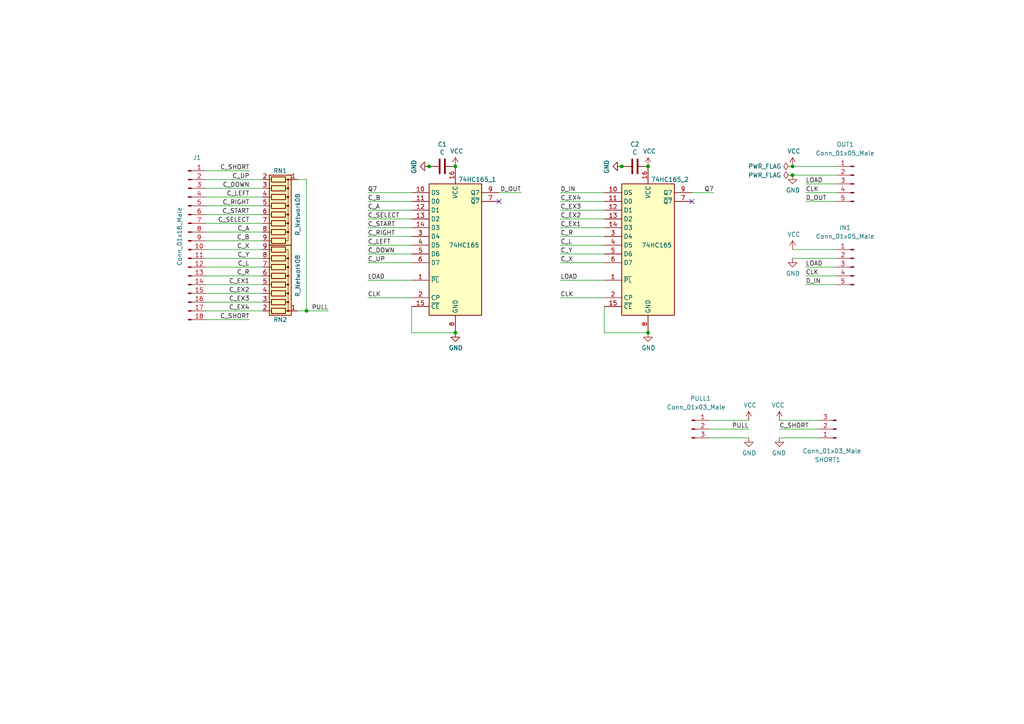
<source format=kicad_sch>
(kicad_sch (version 20211123) (generator eeschema)

  (uuid 30f15357-ce1d-48b9-93dc-7d9b1b2aa048)

  (paper "A4")

  (lib_symbols
    (symbol "74xx:74HC165" (in_bom yes) (on_board yes)
      (property "Reference" "U" (id 0) (at -7.62 19.05 0)
        (effects (font (size 1.27 1.27)))
      )
      (property "Value" "74HC165" (id 1) (at -7.62 -21.59 0)
        (effects (font (size 1.27 1.27)))
      )
      (property "Footprint" "" (id 2) (at 0 0 0)
        (effects (font (size 1.27 1.27)) hide)
      )
      (property "Datasheet" "https://assets.nexperia.com/documents/data-sheet/74HC_HCT165.pdf" (id 3) (at 0 0 0)
        (effects (font (size 1.27 1.27)) hide)
      )
      (property "ki_keywords" "8 bit shift register parallel load cmos" (id 4) (at 0 0 0)
        (effects (font (size 1.27 1.27)) hide)
      )
      (property "ki_description" "Shift Register, 8-bit, Parallel Load" (id 5) (at 0 0 0)
        (effects (font (size 1.27 1.27)) hide)
      )
      (property "ki_fp_filters" "DIP?16* SO*16*3.9x9.9mm*P1.27mm* SSOP*16*5.3x6.2mm*P0.65mm* TSSOP*16*4.4x5mm*P0.65*" (id 6) (at 0 0 0)
        (effects (font (size 1.27 1.27)) hide)
      )
      (symbol "74HC165_1_0"
        (pin input line (at -12.7 -10.16 0) (length 5.08)
          (name "~{PL}" (effects (font (size 1.27 1.27))))
          (number "1" (effects (font (size 1.27 1.27))))
        )
        (pin input line (at -12.7 15.24 0) (length 5.08)
          (name "DS" (effects (font (size 1.27 1.27))))
          (number "10" (effects (font (size 1.27 1.27))))
        )
        (pin input line (at -12.7 12.7 0) (length 5.08)
          (name "D0" (effects (font (size 1.27 1.27))))
          (number "11" (effects (font (size 1.27 1.27))))
        )
        (pin input line (at -12.7 10.16 0) (length 5.08)
          (name "D1" (effects (font (size 1.27 1.27))))
          (number "12" (effects (font (size 1.27 1.27))))
        )
        (pin input line (at -12.7 7.62 0) (length 5.08)
          (name "D2" (effects (font (size 1.27 1.27))))
          (number "13" (effects (font (size 1.27 1.27))))
        )
        (pin input line (at -12.7 5.08 0) (length 5.08)
          (name "D3" (effects (font (size 1.27 1.27))))
          (number "14" (effects (font (size 1.27 1.27))))
        )
        (pin input line (at -12.7 -17.78 0) (length 5.08)
          (name "~{CE}" (effects (font (size 1.27 1.27))))
          (number "15" (effects (font (size 1.27 1.27))))
        )
        (pin power_in line (at 0 22.86 270) (length 5.08)
          (name "VCC" (effects (font (size 1.27 1.27))))
          (number "16" (effects (font (size 1.27 1.27))))
        )
        (pin input line (at -12.7 -15.24 0) (length 5.08)
          (name "CP" (effects (font (size 1.27 1.27))))
          (number "2" (effects (font (size 1.27 1.27))))
        )
        (pin input line (at -12.7 2.54 0) (length 5.08)
          (name "D4" (effects (font (size 1.27 1.27))))
          (number "3" (effects (font (size 1.27 1.27))))
        )
        (pin input line (at -12.7 0 0) (length 5.08)
          (name "D5" (effects (font (size 1.27 1.27))))
          (number "4" (effects (font (size 1.27 1.27))))
        )
        (pin input line (at -12.7 -2.54 0) (length 5.08)
          (name "D6" (effects (font (size 1.27 1.27))))
          (number "5" (effects (font (size 1.27 1.27))))
        )
        (pin input line (at -12.7 -5.08 0) (length 5.08)
          (name "D7" (effects (font (size 1.27 1.27))))
          (number "6" (effects (font (size 1.27 1.27))))
        )
        (pin output line (at 12.7 12.7 180) (length 5.08)
          (name "~{Q7}" (effects (font (size 1.27 1.27))))
          (number "7" (effects (font (size 1.27 1.27))))
        )
        (pin power_in line (at 0 -25.4 90) (length 5.08)
          (name "GND" (effects (font (size 1.27 1.27))))
          (number "8" (effects (font (size 1.27 1.27))))
        )
        (pin output line (at 12.7 15.24 180) (length 5.08)
          (name "Q7" (effects (font (size 1.27 1.27))))
          (number "9" (effects (font (size 1.27 1.27))))
        )
      )
      (symbol "74HC165_1_1"
        (rectangle (start -7.62 17.78) (end 7.62 -20.32)
          (stroke (width 0.254) (type default) (color 0 0 0 0))
          (fill (type background))
        )
      )
    )
    (symbol "Connector:Conn_01x03_Male" (pin_names (offset 1.016) hide) (in_bom yes) (on_board yes)
      (property "Reference" "J" (id 0) (at 0 5.08 0)
        (effects (font (size 1.27 1.27)))
      )
      (property "Value" "Conn_01x03_Male" (id 1) (at 0 -5.08 0)
        (effects (font (size 1.27 1.27)))
      )
      (property "Footprint" "" (id 2) (at 0 0 0)
        (effects (font (size 1.27 1.27)) hide)
      )
      (property "Datasheet" "~" (id 3) (at 0 0 0)
        (effects (font (size 1.27 1.27)) hide)
      )
      (property "ki_keywords" "connector" (id 4) (at 0 0 0)
        (effects (font (size 1.27 1.27)) hide)
      )
      (property "ki_description" "Generic connector, single row, 01x03, script generated (kicad-library-utils/schlib/autogen/connector/)" (id 5) (at 0 0 0)
        (effects (font (size 1.27 1.27)) hide)
      )
      (property "ki_fp_filters" "Connector*:*_1x??_*" (id 6) (at 0 0 0)
        (effects (font (size 1.27 1.27)) hide)
      )
      (symbol "Conn_01x03_Male_1_1"
        (polyline
          (pts
            (xy 1.27 -2.54)
            (xy 0.8636 -2.54)
          )
          (stroke (width 0.1524) (type default) (color 0 0 0 0))
          (fill (type none))
        )
        (polyline
          (pts
            (xy 1.27 0)
            (xy 0.8636 0)
          )
          (stroke (width 0.1524) (type default) (color 0 0 0 0))
          (fill (type none))
        )
        (polyline
          (pts
            (xy 1.27 2.54)
            (xy 0.8636 2.54)
          )
          (stroke (width 0.1524) (type default) (color 0 0 0 0))
          (fill (type none))
        )
        (rectangle (start 0.8636 -2.413) (end 0 -2.667)
          (stroke (width 0.1524) (type default) (color 0 0 0 0))
          (fill (type outline))
        )
        (rectangle (start 0.8636 0.127) (end 0 -0.127)
          (stroke (width 0.1524) (type default) (color 0 0 0 0))
          (fill (type outline))
        )
        (rectangle (start 0.8636 2.667) (end 0 2.413)
          (stroke (width 0.1524) (type default) (color 0 0 0 0))
          (fill (type outline))
        )
        (pin passive line (at 5.08 2.54 180) (length 3.81)
          (name "Pin_1" (effects (font (size 1.27 1.27))))
          (number "1" (effects (font (size 1.27 1.27))))
        )
        (pin passive line (at 5.08 0 180) (length 3.81)
          (name "Pin_2" (effects (font (size 1.27 1.27))))
          (number "2" (effects (font (size 1.27 1.27))))
        )
        (pin passive line (at 5.08 -2.54 180) (length 3.81)
          (name "Pin_3" (effects (font (size 1.27 1.27))))
          (number "3" (effects (font (size 1.27 1.27))))
        )
      )
    )
    (symbol "Connector:Conn_01x05_Male" (pin_names (offset 1.016) hide) (in_bom yes) (on_board yes)
      (property "Reference" "J" (id 0) (at 0 7.62 0)
        (effects (font (size 1.27 1.27)))
      )
      (property "Value" "Conn_01x05_Male" (id 1) (at 0 -7.62 0)
        (effects (font (size 1.27 1.27)))
      )
      (property "Footprint" "" (id 2) (at 0 0 0)
        (effects (font (size 1.27 1.27)) hide)
      )
      (property "Datasheet" "~" (id 3) (at 0 0 0)
        (effects (font (size 1.27 1.27)) hide)
      )
      (property "ki_keywords" "connector" (id 4) (at 0 0 0)
        (effects (font (size 1.27 1.27)) hide)
      )
      (property "ki_description" "Generic connector, single row, 01x05, script generated (kicad-library-utils/schlib/autogen/connector/)" (id 5) (at 0 0 0)
        (effects (font (size 1.27 1.27)) hide)
      )
      (property "ki_fp_filters" "Connector*:*_1x??_*" (id 6) (at 0 0 0)
        (effects (font (size 1.27 1.27)) hide)
      )
      (symbol "Conn_01x05_Male_1_1"
        (polyline
          (pts
            (xy 1.27 -5.08)
            (xy 0.8636 -5.08)
          )
          (stroke (width 0.1524) (type default) (color 0 0 0 0))
          (fill (type none))
        )
        (polyline
          (pts
            (xy 1.27 -2.54)
            (xy 0.8636 -2.54)
          )
          (stroke (width 0.1524) (type default) (color 0 0 0 0))
          (fill (type none))
        )
        (polyline
          (pts
            (xy 1.27 0)
            (xy 0.8636 0)
          )
          (stroke (width 0.1524) (type default) (color 0 0 0 0))
          (fill (type none))
        )
        (polyline
          (pts
            (xy 1.27 2.54)
            (xy 0.8636 2.54)
          )
          (stroke (width 0.1524) (type default) (color 0 0 0 0))
          (fill (type none))
        )
        (polyline
          (pts
            (xy 1.27 5.08)
            (xy 0.8636 5.08)
          )
          (stroke (width 0.1524) (type default) (color 0 0 0 0))
          (fill (type none))
        )
        (rectangle (start 0.8636 -4.953) (end 0 -5.207)
          (stroke (width 0.1524) (type default) (color 0 0 0 0))
          (fill (type outline))
        )
        (rectangle (start 0.8636 -2.413) (end 0 -2.667)
          (stroke (width 0.1524) (type default) (color 0 0 0 0))
          (fill (type outline))
        )
        (rectangle (start 0.8636 0.127) (end 0 -0.127)
          (stroke (width 0.1524) (type default) (color 0 0 0 0))
          (fill (type outline))
        )
        (rectangle (start 0.8636 2.667) (end 0 2.413)
          (stroke (width 0.1524) (type default) (color 0 0 0 0))
          (fill (type outline))
        )
        (rectangle (start 0.8636 5.207) (end 0 4.953)
          (stroke (width 0.1524) (type default) (color 0 0 0 0))
          (fill (type outline))
        )
        (pin passive line (at 5.08 5.08 180) (length 3.81)
          (name "Pin_1" (effects (font (size 1.27 1.27))))
          (number "1" (effects (font (size 1.27 1.27))))
        )
        (pin passive line (at 5.08 2.54 180) (length 3.81)
          (name "Pin_2" (effects (font (size 1.27 1.27))))
          (number "2" (effects (font (size 1.27 1.27))))
        )
        (pin passive line (at 5.08 0 180) (length 3.81)
          (name "Pin_3" (effects (font (size 1.27 1.27))))
          (number "3" (effects (font (size 1.27 1.27))))
        )
        (pin passive line (at 5.08 -2.54 180) (length 3.81)
          (name "Pin_4" (effects (font (size 1.27 1.27))))
          (number "4" (effects (font (size 1.27 1.27))))
        )
        (pin passive line (at 5.08 -5.08 180) (length 3.81)
          (name "Pin_5" (effects (font (size 1.27 1.27))))
          (number "5" (effects (font (size 1.27 1.27))))
        )
      )
    )
    (symbol "Connector:Conn_01x18_Male" (pin_names (offset 1.016) hide) (in_bom yes) (on_board yes)
      (property "Reference" "J" (id 0) (at 0 22.86 0)
        (effects (font (size 1.27 1.27)))
      )
      (property "Value" "Conn_01x18_Male" (id 1) (at 0 -25.4 0)
        (effects (font (size 1.27 1.27)))
      )
      (property "Footprint" "" (id 2) (at 0 0 0)
        (effects (font (size 1.27 1.27)) hide)
      )
      (property "Datasheet" "~" (id 3) (at 0 0 0)
        (effects (font (size 1.27 1.27)) hide)
      )
      (property "ki_keywords" "connector" (id 4) (at 0 0 0)
        (effects (font (size 1.27 1.27)) hide)
      )
      (property "ki_description" "Generic connector, single row, 01x18, script generated (kicad-library-utils/schlib/autogen/connector/)" (id 5) (at 0 0 0)
        (effects (font (size 1.27 1.27)) hide)
      )
      (property "ki_fp_filters" "Connector*:*_1x??_*" (id 6) (at 0 0 0)
        (effects (font (size 1.27 1.27)) hide)
      )
      (symbol "Conn_01x18_Male_1_1"
        (polyline
          (pts
            (xy 1.27 -22.86)
            (xy 0.8636 -22.86)
          )
          (stroke (width 0.1524) (type default) (color 0 0 0 0))
          (fill (type none))
        )
        (polyline
          (pts
            (xy 1.27 -20.32)
            (xy 0.8636 -20.32)
          )
          (stroke (width 0.1524) (type default) (color 0 0 0 0))
          (fill (type none))
        )
        (polyline
          (pts
            (xy 1.27 -17.78)
            (xy 0.8636 -17.78)
          )
          (stroke (width 0.1524) (type default) (color 0 0 0 0))
          (fill (type none))
        )
        (polyline
          (pts
            (xy 1.27 -15.24)
            (xy 0.8636 -15.24)
          )
          (stroke (width 0.1524) (type default) (color 0 0 0 0))
          (fill (type none))
        )
        (polyline
          (pts
            (xy 1.27 -12.7)
            (xy 0.8636 -12.7)
          )
          (stroke (width 0.1524) (type default) (color 0 0 0 0))
          (fill (type none))
        )
        (polyline
          (pts
            (xy 1.27 -10.16)
            (xy 0.8636 -10.16)
          )
          (stroke (width 0.1524) (type default) (color 0 0 0 0))
          (fill (type none))
        )
        (polyline
          (pts
            (xy 1.27 -7.62)
            (xy 0.8636 -7.62)
          )
          (stroke (width 0.1524) (type default) (color 0 0 0 0))
          (fill (type none))
        )
        (polyline
          (pts
            (xy 1.27 -5.08)
            (xy 0.8636 -5.08)
          )
          (stroke (width 0.1524) (type default) (color 0 0 0 0))
          (fill (type none))
        )
        (polyline
          (pts
            (xy 1.27 -2.54)
            (xy 0.8636 -2.54)
          )
          (stroke (width 0.1524) (type default) (color 0 0 0 0))
          (fill (type none))
        )
        (polyline
          (pts
            (xy 1.27 0)
            (xy 0.8636 0)
          )
          (stroke (width 0.1524) (type default) (color 0 0 0 0))
          (fill (type none))
        )
        (polyline
          (pts
            (xy 1.27 2.54)
            (xy 0.8636 2.54)
          )
          (stroke (width 0.1524) (type default) (color 0 0 0 0))
          (fill (type none))
        )
        (polyline
          (pts
            (xy 1.27 5.08)
            (xy 0.8636 5.08)
          )
          (stroke (width 0.1524) (type default) (color 0 0 0 0))
          (fill (type none))
        )
        (polyline
          (pts
            (xy 1.27 7.62)
            (xy 0.8636 7.62)
          )
          (stroke (width 0.1524) (type default) (color 0 0 0 0))
          (fill (type none))
        )
        (polyline
          (pts
            (xy 1.27 10.16)
            (xy 0.8636 10.16)
          )
          (stroke (width 0.1524) (type default) (color 0 0 0 0))
          (fill (type none))
        )
        (polyline
          (pts
            (xy 1.27 12.7)
            (xy 0.8636 12.7)
          )
          (stroke (width 0.1524) (type default) (color 0 0 0 0))
          (fill (type none))
        )
        (polyline
          (pts
            (xy 1.27 15.24)
            (xy 0.8636 15.24)
          )
          (stroke (width 0.1524) (type default) (color 0 0 0 0))
          (fill (type none))
        )
        (polyline
          (pts
            (xy 1.27 17.78)
            (xy 0.8636 17.78)
          )
          (stroke (width 0.1524) (type default) (color 0 0 0 0))
          (fill (type none))
        )
        (polyline
          (pts
            (xy 1.27 20.32)
            (xy 0.8636 20.32)
          )
          (stroke (width 0.1524) (type default) (color 0 0 0 0))
          (fill (type none))
        )
        (rectangle (start 0.8636 -22.733) (end 0 -22.987)
          (stroke (width 0.1524) (type default) (color 0 0 0 0))
          (fill (type outline))
        )
        (rectangle (start 0.8636 -20.193) (end 0 -20.447)
          (stroke (width 0.1524) (type default) (color 0 0 0 0))
          (fill (type outline))
        )
        (rectangle (start 0.8636 -17.653) (end 0 -17.907)
          (stroke (width 0.1524) (type default) (color 0 0 0 0))
          (fill (type outline))
        )
        (rectangle (start 0.8636 -15.113) (end 0 -15.367)
          (stroke (width 0.1524) (type default) (color 0 0 0 0))
          (fill (type outline))
        )
        (rectangle (start 0.8636 -12.573) (end 0 -12.827)
          (stroke (width 0.1524) (type default) (color 0 0 0 0))
          (fill (type outline))
        )
        (rectangle (start 0.8636 -10.033) (end 0 -10.287)
          (stroke (width 0.1524) (type default) (color 0 0 0 0))
          (fill (type outline))
        )
        (rectangle (start 0.8636 -7.493) (end 0 -7.747)
          (stroke (width 0.1524) (type default) (color 0 0 0 0))
          (fill (type outline))
        )
        (rectangle (start 0.8636 -4.953) (end 0 -5.207)
          (stroke (width 0.1524) (type default) (color 0 0 0 0))
          (fill (type outline))
        )
        (rectangle (start 0.8636 -2.413) (end 0 -2.667)
          (stroke (width 0.1524) (type default) (color 0 0 0 0))
          (fill (type outline))
        )
        (rectangle (start 0.8636 0.127) (end 0 -0.127)
          (stroke (width 0.1524) (type default) (color 0 0 0 0))
          (fill (type outline))
        )
        (rectangle (start 0.8636 2.667) (end 0 2.413)
          (stroke (width 0.1524) (type default) (color 0 0 0 0))
          (fill (type outline))
        )
        (rectangle (start 0.8636 5.207) (end 0 4.953)
          (stroke (width 0.1524) (type default) (color 0 0 0 0))
          (fill (type outline))
        )
        (rectangle (start 0.8636 7.747) (end 0 7.493)
          (stroke (width 0.1524) (type default) (color 0 0 0 0))
          (fill (type outline))
        )
        (rectangle (start 0.8636 10.287) (end 0 10.033)
          (stroke (width 0.1524) (type default) (color 0 0 0 0))
          (fill (type outline))
        )
        (rectangle (start 0.8636 12.827) (end 0 12.573)
          (stroke (width 0.1524) (type default) (color 0 0 0 0))
          (fill (type outline))
        )
        (rectangle (start 0.8636 15.367) (end 0 15.113)
          (stroke (width 0.1524) (type default) (color 0 0 0 0))
          (fill (type outline))
        )
        (rectangle (start 0.8636 17.907) (end 0 17.653)
          (stroke (width 0.1524) (type default) (color 0 0 0 0))
          (fill (type outline))
        )
        (rectangle (start 0.8636 20.447) (end 0 20.193)
          (stroke (width 0.1524) (type default) (color 0 0 0 0))
          (fill (type outline))
        )
        (pin passive line (at 5.08 20.32 180) (length 3.81)
          (name "Pin_1" (effects (font (size 1.27 1.27))))
          (number "1" (effects (font (size 1.27 1.27))))
        )
        (pin passive line (at 5.08 -2.54 180) (length 3.81)
          (name "Pin_10" (effects (font (size 1.27 1.27))))
          (number "10" (effects (font (size 1.27 1.27))))
        )
        (pin passive line (at 5.08 -5.08 180) (length 3.81)
          (name "Pin_11" (effects (font (size 1.27 1.27))))
          (number "11" (effects (font (size 1.27 1.27))))
        )
        (pin passive line (at 5.08 -7.62 180) (length 3.81)
          (name "Pin_12" (effects (font (size 1.27 1.27))))
          (number "12" (effects (font (size 1.27 1.27))))
        )
        (pin passive line (at 5.08 -10.16 180) (length 3.81)
          (name "Pin_13" (effects (font (size 1.27 1.27))))
          (number "13" (effects (font (size 1.27 1.27))))
        )
        (pin passive line (at 5.08 -12.7 180) (length 3.81)
          (name "Pin_14" (effects (font (size 1.27 1.27))))
          (number "14" (effects (font (size 1.27 1.27))))
        )
        (pin passive line (at 5.08 -15.24 180) (length 3.81)
          (name "Pin_15" (effects (font (size 1.27 1.27))))
          (number "15" (effects (font (size 1.27 1.27))))
        )
        (pin passive line (at 5.08 -17.78 180) (length 3.81)
          (name "Pin_16" (effects (font (size 1.27 1.27))))
          (number "16" (effects (font (size 1.27 1.27))))
        )
        (pin passive line (at 5.08 -20.32 180) (length 3.81)
          (name "Pin_17" (effects (font (size 1.27 1.27))))
          (number "17" (effects (font (size 1.27 1.27))))
        )
        (pin passive line (at 5.08 -22.86 180) (length 3.81)
          (name "Pin_18" (effects (font (size 1.27 1.27))))
          (number "18" (effects (font (size 1.27 1.27))))
        )
        (pin passive line (at 5.08 17.78 180) (length 3.81)
          (name "Pin_2" (effects (font (size 1.27 1.27))))
          (number "2" (effects (font (size 1.27 1.27))))
        )
        (pin passive line (at 5.08 15.24 180) (length 3.81)
          (name "Pin_3" (effects (font (size 1.27 1.27))))
          (number "3" (effects (font (size 1.27 1.27))))
        )
        (pin passive line (at 5.08 12.7 180) (length 3.81)
          (name "Pin_4" (effects (font (size 1.27 1.27))))
          (number "4" (effects (font (size 1.27 1.27))))
        )
        (pin passive line (at 5.08 10.16 180) (length 3.81)
          (name "Pin_5" (effects (font (size 1.27 1.27))))
          (number "5" (effects (font (size 1.27 1.27))))
        )
        (pin passive line (at 5.08 7.62 180) (length 3.81)
          (name "Pin_6" (effects (font (size 1.27 1.27))))
          (number "6" (effects (font (size 1.27 1.27))))
        )
        (pin passive line (at 5.08 5.08 180) (length 3.81)
          (name "Pin_7" (effects (font (size 1.27 1.27))))
          (number "7" (effects (font (size 1.27 1.27))))
        )
        (pin passive line (at 5.08 2.54 180) (length 3.81)
          (name "Pin_8" (effects (font (size 1.27 1.27))))
          (number "8" (effects (font (size 1.27 1.27))))
        )
        (pin passive line (at 5.08 0 180) (length 3.81)
          (name "Pin_9" (effects (font (size 1.27 1.27))))
          (number "9" (effects (font (size 1.27 1.27))))
        )
      )
    )
    (symbol "Device:C" (pin_numbers hide) (pin_names (offset 0.254)) (in_bom yes) (on_board yes)
      (property "Reference" "C" (id 0) (at 0.635 2.54 0)
        (effects (font (size 1.27 1.27)) (justify left))
      )
      (property "Value" "C" (id 1) (at 0.635 -2.54 0)
        (effects (font (size 1.27 1.27)) (justify left))
      )
      (property "Footprint" "" (id 2) (at 0.9652 -3.81 0)
        (effects (font (size 1.27 1.27)) hide)
      )
      (property "Datasheet" "~" (id 3) (at 0 0 0)
        (effects (font (size 1.27 1.27)) hide)
      )
      (property "ki_keywords" "cap capacitor" (id 4) (at 0 0 0)
        (effects (font (size 1.27 1.27)) hide)
      )
      (property "ki_description" "Unpolarized capacitor" (id 5) (at 0 0 0)
        (effects (font (size 1.27 1.27)) hide)
      )
      (property "ki_fp_filters" "C_*" (id 6) (at 0 0 0)
        (effects (font (size 1.27 1.27)) hide)
      )
      (symbol "C_0_1"
        (polyline
          (pts
            (xy -2.032 -0.762)
            (xy 2.032 -0.762)
          )
          (stroke (width 0.508) (type default) (color 0 0 0 0))
          (fill (type none))
        )
        (polyline
          (pts
            (xy -2.032 0.762)
            (xy 2.032 0.762)
          )
          (stroke (width 0.508) (type default) (color 0 0 0 0))
          (fill (type none))
        )
      )
      (symbol "C_1_1"
        (pin passive line (at 0 3.81 270) (length 2.794)
          (name "~" (effects (font (size 1.27 1.27))))
          (number "1" (effects (font (size 1.27 1.27))))
        )
        (pin passive line (at 0 -3.81 90) (length 2.794)
          (name "~" (effects (font (size 1.27 1.27))))
          (number "2" (effects (font (size 1.27 1.27))))
        )
      )
    )
    (symbol "Device:R_Network08" (pin_names (offset 0) hide) (in_bom yes) (on_board yes)
      (property "Reference" "RN" (id 0) (at -12.7 0 90)
        (effects (font (size 1.27 1.27)))
      )
      (property "Value" "R_Network08" (id 1) (at 10.16 0 90)
        (effects (font (size 1.27 1.27)))
      )
      (property "Footprint" "Resistor_THT:R_Array_SIP9" (id 2) (at 12.065 0 90)
        (effects (font (size 1.27 1.27)) hide)
      )
      (property "Datasheet" "http://www.vishay.com/docs/31509/csc.pdf" (id 3) (at 0 0 0)
        (effects (font (size 1.27 1.27)) hide)
      )
      (property "ki_keywords" "R network star-topology" (id 4) (at 0 0 0)
        (effects (font (size 1.27 1.27)) hide)
      )
      (property "ki_description" "8 resistor network, star topology, bussed resistors, small symbol" (id 5) (at 0 0 0)
        (effects (font (size 1.27 1.27)) hide)
      )
      (property "ki_fp_filters" "R?Array?SIP*" (id 6) (at 0 0 0)
        (effects (font (size 1.27 1.27)) hide)
      )
      (symbol "R_Network08_0_1"
        (rectangle (start -11.43 -3.175) (end 8.89 3.175)
          (stroke (width 0.254) (type default) (color 0 0 0 0))
          (fill (type background))
        )
        (rectangle (start -10.922 1.524) (end -9.398 -2.54)
          (stroke (width 0.254) (type default) (color 0 0 0 0))
          (fill (type none))
        )
        (circle (center -10.16 2.286) (radius 0.254)
          (stroke (width 0) (type default) (color 0 0 0 0))
          (fill (type outline))
        )
        (rectangle (start -8.382 1.524) (end -6.858 -2.54)
          (stroke (width 0.254) (type default) (color 0 0 0 0))
          (fill (type none))
        )
        (circle (center -7.62 2.286) (radius 0.254)
          (stroke (width 0) (type default) (color 0 0 0 0))
          (fill (type outline))
        )
        (rectangle (start -5.842 1.524) (end -4.318 -2.54)
          (stroke (width 0.254) (type default) (color 0 0 0 0))
          (fill (type none))
        )
        (circle (center -5.08 2.286) (radius 0.254)
          (stroke (width 0) (type default) (color 0 0 0 0))
          (fill (type outline))
        )
        (rectangle (start -3.302 1.524) (end -1.778 -2.54)
          (stroke (width 0.254) (type default) (color 0 0 0 0))
          (fill (type none))
        )
        (circle (center -2.54 2.286) (radius 0.254)
          (stroke (width 0) (type default) (color 0 0 0 0))
          (fill (type outline))
        )
        (rectangle (start -0.762 1.524) (end 0.762 -2.54)
          (stroke (width 0.254) (type default) (color 0 0 0 0))
          (fill (type none))
        )
        (polyline
          (pts
            (xy -10.16 -2.54)
            (xy -10.16 -3.81)
          )
          (stroke (width 0) (type default) (color 0 0 0 0))
          (fill (type none))
        )
        (polyline
          (pts
            (xy -7.62 -2.54)
            (xy -7.62 -3.81)
          )
          (stroke (width 0) (type default) (color 0 0 0 0))
          (fill (type none))
        )
        (polyline
          (pts
            (xy -5.08 -2.54)
            (xy -5.08 -3.81)
          )
          (stroke (width 0) (type default) (color 0 0 0 0))
          (fill (type none))
        )
        (polyline
          (pts
            (xy -2.54 -2.54)
            (xy -2.54 -3.81)
          )
          (stroke (width 0) (type default) (color 0 0 0 0))
          (fill (type none))
        )
        (polyline
          (pts
            (xy 0 -2.54)
            (xy 0 -3.81)
          )
          (stroke (width 0) (type default) (color 0 0 0 0))
          (fill (type none))
        )
        (polyline
          (pts
            (xy 2.54 -2.54)
            (xy 2.54 -3.81)
          )
          (stroke (width 0) (type default) (color 0 0 0 0))
          (fill (type none))
        )
        (polyline
          (pts
            (xy 5.08 -2.54)
            (xy 5.08 -3.81)
          )
          (stroke (width 0) (type default) (color 0 0 0 0))
          (fill (type none))
        )
        (polyline
          (pts
            (xy 7.62 -2.54)
            (xy 7.62 -3.81)
          )
          (stroke (width 0) (type default) (color 0 0 0 0))
          (fill (type none))
        )
        (polyline
          (pts
            (xy -10.16 1.524)
            (xy -10.16 2.286)
            (xy -7.62 2.286)
            (xy -7.62 1.524)
          )
          (stroke (width 0) (type default) (color 0 0 0 0))
          (fill (type none))
        )
        (polyline
          (pts
            (xy -7.62 1.524)
            (xy -7.62 2.286)
            (xy -5.08 2.286)
            (xy -5.08 1.524)
          )
          (stroke (width 0) (type default) (color 0 0 0 0))
          (fill (type none))
        )
        (polyline
          (pts
            (xy -5.08 1.524)
            (xy -5.08 2.286)
            (xy -2.54 2.286)
            (xy -2.54 1.524)
          )
          (stroke (width 0) (type default) (color 0 0 0 0))
          (fill (type none))
        )
        (polyline
          (pts
            (xy -2.54 1.524)
            (xy -2.54 2.286)
            (xy 0 2.286)
            (xy 0 1.524)
          )
          (stroke (width 0) (type default) (color 0 0 0 0))
          (fill (type none))
        )
        (polyline
          (pts
            (xy 0 1.524)
            (xy 0 2.286)
            (xy 2.54 2.286)
            (xy 2.54 1.524)
          )
          (stroke (width 0) (type default) (color 0 0 0 0))
          (fill (type none))
        )
        (polyline
          (pts
            (xy 2.54 1.524)
            (xy 2.54 2.286)
            (xy 5.08 2.286)
            (xy 5.08 1.524)
          )
          (stroke (width 0) (type default) (color 0 0 0 0))
          (fill (type none))
        )
        (polyline
          (pts
            (xy 5.08 1.524)
            (xy 5.08 2.286)
            (xy 7.62 2.286)
            (xy 7.62 1.524)
          )
          (stroke (width 0) (type default) (color 0 0 0 0))
          (fill (type none))
        )
        (circle (center 0 2.286) (radius 0.254)
          (stroke (width 0) (type default) (color 0 0 0 0))
          (fill (type outline))
        )
        (rectangle (start 1.778 1.524) (end 3.302 -2.54)
          (stroke (width 0.254) (type default) (color 0 0 0 0))
          (fill (type none))
        )
        (circle (center 2.54 2.286) (radius 0.254)
          (stroke (width 0) (type default) (color 0 0 0 0))
          (fill (type outline))
        )
        (rectangle (start 4.318 1.524) (end 5.842 -2.54)
          (stroke (width 0.254) (type default) (color 0 0 0 0))
          (fill (type none))
        )
        (circle (center 5.08 2.286) (radius 0.254)
          (stroke (width 0) (type default) (color 0 0 0 0))
          (fill (type outline))
        )
        (rectangle (start 6.858 1.524) (end 8.382 -2.54)
          (stroke (width 0.254) (type default) (color 0 0 0 0))
          (fill (type none))
        )
      )
      (symbol "R_Network08_1_1"
        (pin passive line (at -10.16 5.08 270) (length 2.54)
          (name "common" (effects (font (size 1.27 1.27))))
          (number "1" (effects (font (size 1.27 1.27))))
        )
        (pin passive line (at -10.16 -5.08 90) (length 1.27)
          (name "R1" (effects (font (size 1.27 1.27))))
          (number "2" (effects (font (size 1.27 1.27))))
        )
        (pin passive line (at -7.62 -5.08 90) (length 1.27)
          (name "R2" (effects (font (size 1.27 1.27))))
          (number "3" (effects (font (size 1.27 1.27))))
        )
        (pin passive line (at -5.08 -5.08 90) (length 1.27)
          (name "R3" (effects (font (size 1.27 1.27))))
          (number "4" (effects (font (size 1.27 1.27))))
        )
        (pin passive line (at -2.54 -5.08 90) (length 1.27)
          (name "R4" (effects (font (size 1.27 1.27))))
          (number "5" (effects (font (size 1.27 1.27))))
        )
        (pin passive line (at 0 -5.08 90) (length 1.27)
          (name "R5" (effects (font (size 1.27 1.27))))
          (number "6" (effects (font (size 1.27 1.27))))
        )
        (pin passive line (at 2.54 -5.08 90) (length 1.27)
          (name "R6" (effects (font (size 1.27 1.27))))
          (number "7" (effects (font (size 1.27 1.27))))
        )
        (pin passive line (at 5.08 -5.08 90) (length 1.27)
          (name "R7" (effects (font (size 1.27 1.27))))
          (number "8" (effects (font (size 1.27 1.27))))
        )
        (pin passive line (at 7.62 -5.08 90) (length 1.27)
          (name "R8" (effects (font (size 1.27 1.27))))
          (number "9" (effects (font (size 1.27 1.27))))
        )
      )
    )
    (symbol "power:GND" (power) (pin_names (offset 0)) (in_bom yes) (on_board yes)
      (property "Reference" "#PWR" (id 0) (at 0 -6.35 0)
        (effects (font (size 1.27 1.27)) hide)
      )
      (property "Value" "GND" (id 1) (at 0 -3.81 0)
        (effects (font (size 1.27 1.27)))
      )
      (property "Footprint" "" (id 2) (at 0 0 0)
        (effects (font (size 1.27 1.27)) hide)
      )
      (property "Datasheet" "" (id 3) (at 0 0 0)
        (effects (font (size 1.27 1.27)) hide)
      )
      (property "ki_keywords" "power-flag" (id 4) (at 0 0 0)
        (effects (font (size 1.27 1.27)) hide)
      )
      (property "ki_description" "Power symbol creates a global label with name \"GND\" , ground" (id 5) (at 0 0 0)
        (effects (font (size 1.27 1.27)) hide)
      )
      (symbol "GND_0_1"
        (polyline
          (pts
            (xy 0 0)
            (xy 0 -1.27)
            (xy 1.27 -1.27)
            (xy 0 -2.54)
            (xy -1.27 -1.27)
            (xy 0 -1.27)
          )
          (stroke (width 0) (type default) (color 0 0 0 0))
          (fill (type none))
        )
      )
      (symbol "GND_1_1"
        (pin power_in line (at 0 0 270) (length 0) hide
          (name "GND" (effects (font (size 1.27 1.27))))
          (number "1" (effects (font (size 1.27 1.27))))
        )
      )
    )
    (symbol "power:PWR_FLAG" (power) (pin_numbers hide) (pin_names (offset 0) hide) (in_bom yes) (on_board yes)
      (property "Reference" "#FLG" (id 0) (at 0 1.905 0)
        (effects (font (size 1.27 1.27)) hide)
      )
      (property "Value" "PWR_FLAG" (id 1) (at 0 3.81 0)
        (effects (font (size 1.27 1.27)))
      )
      (property "Footprint" "" (id 2) (at 0 0 0)
        (effects (font (size 1.27 1.27)) hide)
      )
      (property "Datasheet" "~" (id 3) (at 0 0 0)
        (effects (font (size 1.27 1.27)) hide)
      )
      (property "ki_keywords" "power-flag" (id 4) (at 0 0 0)
        (effects (font (size 1.27 1.27)) hide)
      )
      (property "ki_description" "Special symbol for telling ERC where power comes from" (id 5) (at 0 0 0)
        (effects (font (size 1.27 1.27)) hide)
      )
      (symbol "PWR_FLAG_0_0"
        (pin power_out line (at 0 0 90) (length 0)
          (name "pwr" (effects (font (size 1.27 1.27))))
          (number "1" (effects (font (size 1.27 1.27))))
        )
      )
      (symbol "PWR_FLAG_0_1"
        (polyline
          (pts
            (xy 0 0)
            (xy 0 1.27)
            (xy -1.016 1.905)
            (xy 0 2.54)
            (xy 1.016 1.905)
            (xy 0 1.27)
          )
          (stroke (width 0) (type default) (color 0 0 0 0))
          (fill (type none))
        )
      )
    )
    (symbol "power:VCC" (power) (pin_names (offset 0)) (in_bom yes) (on_board yes)
      (property "Reference" "#PWR" (id 0) (at 0 -3.81 0)
        (effects (font (size 1.27 1.27)) hide)
      )
      (property "Value" "VCC" (id 1) (at 0 3.81 0)
        (effects (font (size 1.27 1.27)))
      )
      (property "Footprint" "" (id 2) (at 0 0 0)
        (effects (font (size 1.27 1.27)) hide)
      )
      (property "Datasheet" "" (id 3) (at 0 0 0)
        (effects (font (size 1.27 1.27)) hide)
      )
      (property "ki_keywords" "power-flag" (id 4) (at 0 0 0)
        (effects (font (size 1.27 1.27)) hide)
      )
      (property "ki_description" "Power symbol creates a global label with name \"VCC\"" (id 5) (at 0 0 0)
        (effects (font (size 1.27 1.27)) hide)
      )
      (symbol "VCC_0_1"
        (polyline
          (pts
            (xy -0.762 1.27)
            (xy 0 2.54)
          )
          (stroke (width 0) (type default) (color 0 0 0 0))
          (fill (type none))
        )
        (polyline
          (pts
            (xy 0 0)
            (xy 0 2.54)
          )
          (stroke (width 0) (type default) (color 0 0 0 0))
          (fill (type none))
        )
        (polyline
          (pts
            (xy 0 2.54)
            (xy 0.762 1.27)
          )
          (stroke (width 0) (type default) (color 0 0 0 0))
          (fill (type none))
        )
      )
      (symbol "VCC_1_1"
        (pin power_in line (at 0 0 90) (length 0) hide
          (name "VCC" (effects (font (size 1.27 1.27))))
          (number "1" (effects (font (size 1.27 1.27))))
        )
      )
    )
  )

  (junction (at 229.87 48.26) (diameter 0) (color 0 0 0 0)
    (uuid 3a7648d8-121a-4921-9b92-9b35b76ce39b)
  )
  (junction (at 229.87 50.8) (diameter 0) (color 0 0 0 0)
    (uuid 45008225-f50f-4d6b-b508-6730a9408caf)
  )
  (junction (at 124.46 48.26) (diameter 0) (color 0 0 0 0)
    (uuid 5b3dbea3-bb5e-4c90-a86d-943b944fe624)
  )
  (junction (at 88.9 90.17) (diameter 0) (color 0 0 0 0)
    (uuid 7f52d787-caa3-4a92-b1b2-19d554dc29a4)
  )
  (junction (at 132.08 96.52) (diameter 0) (color 0 0 0 0)
    (uuid 9b0a1687-7e1b-4a04-a30b-c27a072a2949)
  )
  (junction (at 180.34 48.26) (diameter 0) (color 0 0 0 0)
    (uuid b8ffe369-1e33-4cb5-86d2-91032ef2ea1d)
  )
  (junction (at 132.08 48.26) (diameter 0) (color 0 0 0 0)
    (uuid cfa5c16e-7859-460d-a0b8-cea7d7ea629c)
  )
  (junction (at 187.96 96.52) (diameter 0) (color 0 0 0 0)
    (uuid f2c93195-af12-4d3e-acdf-bdd0ff675c24)
  )
  (junction (at 187.96 48.26) (diameter 0) (color 0 0 0 0)
    (uuid f97e22f8-fe4d-45c7-8a25-fe7ddb6ef872)
  )

  (no_connect (at 144.78 58.42) (uuid 2f215f15-3d52-4c91-93e6-3ea03a95622f))
  (no_connect (at 200.66 58.42) (uuid 61fe293f-6808-4b7f-9340-9aaac7054a97))

  (wire (pts (xy 132.08 96.52) (xy 119.38 96.52))
    (stroke (width 0) (type default) (color 0 0 0 0))
    (uuid 003c2200-0632-4808-a662-8ddd5d30c768)
  )
  (wire (pts (xy 205.74 121.92) (xy 217.17 121.92))
    (stroke (width 0) (type default) (color 0 0 0 0))
    (uuid 0325ec43-0390-4ae2-b055-b1ec6ce17b1c)
  )
  (wire (pts (xy 88.9 90.17) (xy 95.25 90.17))
    (stroke (width 0) (type default) (color 0 0 0 0))
    (uuid 101ef598-601d-400e-9ef6-d655fbb1dbfa)
  )
  (wire (pts (xy 106.68 63.5) (xy 119.38 63.5))
    (stroke (width 0) (type default) (color 0 0 0 0))
    (uuid 12422a89-3d0c-485c-9386-f77121fd68fd)
  )
  (wire (pts (xy 59.69 72.39) (xy 76.2 72.39))
    (stroke (width 0) (type default) (color 0 0 0 0))
    (uuid 15fe8f3d-6077-4e0e-81d0-8ec3f4538981)
  )
  (wire (pts (xy 106.68 58.42) (xy 119.38 58.42))
    (stroke (width 0) (type default) (color 0 0 0 0))
    (uuid 1a6d2848-e78e-49fe-8978-e1890f07836f)
  )
  (wire (pts (xy 162.56 68.58) (xy 175.26 68.58))
    (stroke (width 0) (type default) (color 0 0 0 0))
    (uuid 1e8701fc-ad24-40ea-846a-e3db538d6077)
  )
  (wire (pts (xy 175.26 88.9) (xy 175.26 96.52))
    (stroke (width 0) (type default) (color 0 0 0 0))
    (uuid 240e07e1-770b-4b27-894f-29fd601c924d)
  )
  (wire (pts (xy 162.56 66.04) (xy 175.26 66.04))
    (stroke (width 0) (type default) (color 0 0 0 0))
    (uuid 25d545dc-8f50-4573-922c-35ef5a2a3a19)
  )
  (wire (pts (xy 226.06 127) (xy 237.49 127))
    (stroke (width 0) (type default) (color 0 0 0 0))
    (uuid 262f1ea9-0133-4b43-be36-456207ea857c)
  )
  (wire (pts (xy 242.57 80.01) (xy 233.68 80.01))
    (stroke (width 0) (type default) (color 0 0 0 0))
    (uuid 2dc272bd-3aa2-45b5-889d-1d3c8aac80f8)
  )
  (wire (pts (xy 59.69 62.23) (xy 76.2 62.23))
    (stroke (width 0) (type default) (color 0 0 0 0))
    (uuid 35a9f71f-ba35-47f6-814e-4106ac36c51e)
  )
  (wire (pts (xy 106.68 68.58) (xy 119.38 68.58))
    (stroke (width 0) (type default) (color 0 0 0 0))
    (uuid 40165eda-4ba6-4565-9bb4-b9df6dbb08da)
  )
  (wire (pts (xy 162.56 81.28) (xy 175.26 81.28))
    (stroke (width 0) (type default) (color 0 0 0 0))
    (uuid 40976bf0-19de-460f-ad64-224d4f51e16b)
  )
  (wire (pts (xy 106.68 73.66) (xy 119.38 73.66))
    (stroke (width 0) (type default) (color 0 0 0 0))
    (uuid 4780a290-d25c-4459-9579-eba3f7678762)
  )
  (wire (pts (xy 242.57 77.47) (xy 233.68 77.47))
    (stroke (width 0) (type default) (color 0 0 0 0))
    (uuid 5114c7bf-b955-49f3-a0a8-4b954c81bde0)
  )
  (wire (pts (xy 205.74 127) (xy 217.17 127))
    (stroke (width 0) (type default) (color 0 0 0 0))
    (uuid 576c6616-e95d-4f1e-8ead-dea30fcdc8c2)
  )
  (wire (pts (xy 59.69 59.69) (xy 76.2 59.69))
    (stroke (width 0) (type default) (color 0 0 0 0))
    (uuid 5b34a16c-5a14-4291-8242-ea6d6ac54372)
  )
  (wire (pts (xy 86.36 52.07) (xy 88.9 52.07))
    (stroke (width 0) (type default) (color 0 0 0 0))
    (uuid 65134029-dbd2-409a-85a8-13c2a33ff019)
  )
  (wire (pts (xy 242.57 55.88) (xy 233.68 55.88))
    (stroke (width 0) (type default) (color 0 0 0 0))
    (uuid 6595b9c7-02ee-4647-bde5-6b566e35163e)
  )
  (wire (pts (xy 59.69 54.61) (xy 76.2 54.61))
    (stroke (width 0) (type default) (color 0 0 0 0))
    (uuid 6781326c-6e0d-4753-8f28-0f5c687e01f9)
  )
  (wire (pts (xy 59.69 49.53) (xy 72.39 49.53))
    (stroke (width 0) (type default) (color 0 0 0 0))
    (uuid 68877d35-b796-44db-9124-b8e744e7412e)
  )
  (wire (pts (xy 229.87 48.26) (xy 242.57 48.26))
    (stroke (width 0) (type default) (color 0 0 0 0))
    (uuid 730b670c-9bcf-4dcd-9a8d-fcaa61fb0955)
  )
  (wire (pts (xy 242.57 58.42) (xy 233.68 58.42))
    (stroke (width 0) (type default) (color 0 0 0 0))
    (uuid 770ad51a-7219-4633-b24a-bd20feb0a6c5)
  )
  (wire (pts (xy 205.74 124.46) (xy 217.17 124.46))
    (stroke (width 0) (type default) (color 0 0 0 0))
    (uuid 7b044939-8c4d-444f-b9e0-a15fcdeb5a86)
  )
  (wire (pts (xy 151.13 55.88) (xy 144.78 55.88))
    (stroke (width 0) (type default) (color 0 0 0 0))
    (uuid 7bbf981c-a063-4e30-8911-e4228e1c0743)
  )
  (wire (pts (xy 106.68 60.96) (xy 119.38 60.96))
    (stroke (width 0) (type default) (color 0 0 0 0))
    (uuid 7d34f6b1-ab31-49be-b011-c67fe67a8a56)
  )
  (wire (pts (xy 106.68 71.12) (xy 119.38 71.12))
    (stroke (width 0) (type default) (color 0 0 0 0))
    (uuid 7e023245-2c2b-4e2b-bfb9-5d35176e88f2)
  )
  (wire (pts (xy 207.01 55.88) (xy 200.66 55.88))
    (stroke (width 0) (type default) (color 0 0 0 0))
    (uuid 7edc9030-db7b-43ac-a1b3-b87eeacb4c2d)
  )
  (wire (pts (xy 88.9 52.07) (xy 88.9 90.17))
    (stroke (width 0) (type default) (color 0 0 0 0))
    (uuid 7f2301df-e4bc-479e-a681-cc59c9a2dbbb)
  )
  (wire (pts (xy 59.69 74.93) (xy 76.2 74.93))
    (stroke (width 0) (type default) (color 0 0 0 0))
    (uuid 814763c2-92e5-4a2c-941c-9bbd073f6e87)
  )
  (wire (pts (xy 59.69 80.01) (xy 76.2 80.01))
    (stroke (width 0) (type default) (color 0 0 0 0))
    (uuid 82be7aae-5d06-4178-8c3e-98760c41b054)
  )
  (wire (pts (xy 59.69 92.71) (xy 72.39 92.71))
    (stroke (width 0) (type default) (color 0 0 0 0))
    (uuid 853ee787-6e2c-4f32-bc75-6c17337dd3d5)
  )
  (wire (pts (xy 226.06 121.92) (xy 237.49 121.92))
    (stroke (width 0) (type default) (color 0 0 0 0))
    (uuid 89e83c2e-e90a-4a50-b278-880bac0cfb49)
  )
  (wire (pts (xy 162.56 76.2) (xy 175.26 76.2))
    (stroke (width 0) (type default) (color 0 0 0 0))
    (uuid 8c514922-ffe1-4e37-a260-e807409f2e0d)
  )
  (wire (pts (xy 106.68 66.04) (xy 119.38 66.04))
    (stroke (width 0) (type default) (color 0 0 0 0))
    (uuid 8e06ba1f-e3ba-4eb9-a10e-887dffd566d6)
  )
  (wire (pts (xy 59.69 67.31) (xy 76.2 67.31))
    (stroke (width 0) (type default) (color 0 0 0 0))
    (uuid 9b3c58a7-a9b9-4498-abc0-f9f43e4f0292)
  )
  (wire (pts (xy 229.87 72.39) (xy 242.57 72.39))
    (stroke (width 0) (type default) (color 0 0 0 0))
    (uuid a17904b9-135e-4dae-ae20-401c7787de72)
  )
  (wire (pts (xy 106.68 55.88) (xy 119.38 55.88))
    (stroke (width 0) (type default) (color 0 0 0 0))
    (uuid a544eb0a-75db-4baf-bf54-9ca21744343b)
  )
  (wire (pts (xy 226.06 124.46) (xy 237.49 124.46))
    (stroke (width 0) (type default) (color 0 0 0 0))
    (uuid a5e521b9-814e-4853-a5ac-f158785c6269)
  )
  (wire (pts (xy 59.69 87.63) (xy 76.2 87.63))
    (stroke (width 0) (type default) (color 0 0 0 0))
    (uuid a6b7df29-bcf8-46a9-b623-7eaac47f5110)
  )
  (wire (pts (xy 86.36 90.17) (xy 88.9 90.17))
    (stroke (width 0) (type default) (color 0 0 0 0))
    (uuid a8447faf-e0a0-4c4a-ae53-4d4b28669151)
  )
  (wire (pts (xy 59.69 90.17) (xy 76.2 90.17))
    (stroke (width 0) (type default) (color 0 0 0 0))
    (uuid a9b3f6e4-7a6d-4ae8-ad28-3d8458e0ca1a)
  )
  (wire (pts (xy 229.87 50.8) (xy 242.57 50.8))
    (stroke (width 0) (type default) (color 0 0 0 0))
    (uuid abe07c9a-17c3-43b5-b7a6-ae867ac27ea7)
  )
  (wire (pts (xy 162.56 58.42) (xy 175.26 58.42))
    (stroke (width 0) (type default) (color 0 0 0 0))
    (uuid aca4de92-9c41-4c2b-9afa-540d02dafa1c)
  )
  (wire (pts (xy 242.57 53.34) (xy 233.68 53.34))
    (stroke (width 0) (type default) (color 0 0 0 0))
    (uuid b1c649b1-f44d-46c7-9dea-818e75a1b87e)
  )
  (wire (pts (xy 106.68 81.28) (xy 119.38 81.28))
    (stroke (width 0) (type default) (color 0 0 0 0))
    (uuid babeabf2-f3b0-4ed5-8d9e-0215947e6cf3)
  )
  (wire (pts (xy 59.69 64.77) (xy 76.2 64.77))
    (stroke (width 0) (type default) (color 0 0 0 0))
    (uuid c094494a-f6f7-43fc-a007-4951484ddf3a)
  )
  (wire (pts (xy 162.56 73.66) (xy 175.26 73.66))
    (stroke (width 0) (type default) (color 0 0 0 0))
    (uuid c25a772d-af9c-4ebc-96f6-0966738c13a8)
  )
  (wire (pts (xy 162.56 60.96) (xy 175.26 60.96))
    (stroke (width 0) (type default) (color 0 0 0 0))
    (uuid c43663ee-9a0d-4f27-a292-89ba89964065)
  )
  (wire (pts (xy 59.69 57.15) (xy 76.2 57.15))
    (stroke (width 0) (type default) (color 0 0 0 0))
    (uuid c701ee8e-1214-4781-a973-17bef7b6e3eb)
  )
  (wire (pts (xy 59.69 52.07) (xy 76.2 52.07))
    (stroke (width 0) (type default) (color 0 0 0 0))
    (uuid c8029a4c-945d-42ca-871a-dd73ff50a1a3)
  )
  (wire (pts (xy 162.56 63.5) (xy 175.26 63.5))
    (stroke (width 0) (type default) (color 0 0 0 0))
    (uuid c830e3bc-dc64-4f65-8f47-3b106bae2807)
  )
  (wire (pts (xy 187.96 96.52) (xy 175.26 96.52))
    (stroke (width 0) (type default) (color 0 0 0 0))
    (uuid cbd8faed-e1f8-4406-87c8-58b2c504a5d4)
  )
  (wire (pts (xy 162.56 71.12) (xy 175.26 71.12))
    (stroke (width 0) (type default) (color 0 0 0 0))
    (uuid d5641ac9-9be7-46bf-90b3-6c83d852b5ba)
  )
  (wire (pts (xy 162.56 55.88) (xy 175.26 55.88))
    (stroke (width 0) (type default) (color 0 0 0 0))
    (uuid d7269d2a-b8c0-422d-8f25-f79ea31bf75e)
  )
  (wire (pts (xy 59.69 85.09) (xy 76.2 85.09))
    (stroke (width 0) (type default) (color 0 0 0 0))
    (uuid d9c6d5d2-0b49-49ba-a970-cd2c32f74c54)
  )
  (wire (pts (xy 106.68 76.2) (xy 119.38 76.2))
    (stroke (width 0) (type default) (color 0 0 0 0))
    (uuid df68c26a-03b5-4466-aecf-ba34b7dce6b7)
  )
  (wire (pts (xy 59.69 82.55) (xy 76.2 82.55))
    (stroke (width 0) (type default) (color 0 0 0 0))
    (uuid e1535036-5d36-405f-bb86-3819621c4f23)
  )
  (wire (pts (xy 162.56 86.36) (xy 175.26 86.36))
    (stroke (width 0) (type default) (color 0 0 0 0))
    (uuid e21aa84b-970e-47cf-b64f-3b55ee0e1b51)
  )
  (wire (pts (xy 59.69 69.85) (xy 76.2 69.85))
    (stroke (width 0) (type default) (color 0 0 0 0))
    (uuid e40e8cef-4fb0-4fc3-be09-3875b2cc8469)
  )
  (wire (pts (xy 59.69 77.47) (xy 76.2 77.47))
    (stroke (width 0) (type default) (color 0 0 0 0))
    (uuid e65b62be-e01b-4688-a999-1d1be370c4ae)
  )
  (wire (pts (xy 106.68 86.36) (xy 119.38 86.36))
    (stroke (width 0) (type default) (color 0 0 0 0))
    (uuid e8c50f1b-c316-4110-9cce-5c24c65a1eaa)
  )
  (wire (pts (xy 119.38 96.52) (xy 119.38 88.9))
    (stroke (width 0) (type default) (color 0 0 0 0))
    (uuid ee27d19c-8dca-4ac8-a760-6dfd54d28071)
  )
  (wire (pts (xy 229.87 74.93) (xy 242.57 74.93))
    (stroke (width 0) (type default) (color 0 0 0 0))
    (uuid f202141e-c20d-4cac-b016-06a44f2ecce8)
  )
  (wire (pts (xy 242.57 82.55) (xy 233.68 82.55))
    (stroke (width 0) (type default) (color 0 0 0 0))
    (uuid f3628265-0155-43e2-a467-c40ff783e265)
  )

  (label "C_EX3" (at 162.56 60.96 0)
    (effects (font (size 1.27 1.27)) (justify left bottom))
    (uuid 03c52831-5dc5-43c5-a442-8d23643b46fb)
  )
  (label "C_LEFT" (at 72.39 57.15 180)
    (effects (font (size 1.27 1.27)) (justify right bottom))
    (uuid 0755aee5-bc01-4cb5-b830-583289df50a3)
  )
  (label "Q7" (at 207.01 55.88 180)
    (effects (font (size 1.27 1.27)) (justify right bottom))
    (uuid 08a7c925-7fae-4530-b0c9-120e185cb318)
  )
  (label "C_R" (at 162.56 68.58 0)
    (effects (font (size 1.27 1.27)) (justify left bottom))
    (uuid 0b21a65d-d20b-411e-920a-75c343ac5136)
  )
  (label "D_IN" (at 233.68 82.55 0)
    (effects (font (size 1.27 1.27)) (justify left bottom))
    (uuid 0c3dceba-7c95-4b3d-b590-0eb581444beb)
  )
  (label "C_RIGHT" (at 106.68 68.58 0)
    (effects (font (size 1.27 1.27)) (justify left bottom))
    (uuid 0eaa98f0-9565-4637-ace3-42a5231b07f7)
  )
  (label "C_Y" (at 162.56 73.66 0)
    (effects (font (size 1.27 1.27)) (justify left bottom))
    (uuid 0f22151c-f260-4674-b486-4710a2c42a55)
  )
  (label "C_EX1" (at 72.39 82.55 180)
    (effects (font (size 1.27 1.27)) (justify right bottom))
    (uuid 13c0ff76-ed71-4cd9-abb0-92c376825d5d)
  )
  (label "D_OUT" (at 233.68 58.42 0)
    (effects (font (size 1.27 1.27)) (justify left bottom))
    (uuid 16a9ae8c-3ad2-439b-8efe-377c994670c7)
  )
  (label "C_START" (at 106.68 66.04 0)
    (effects (font (size 1.27 1.27)) (justify left bottom))
    (uuid 181abe7a-f941-42b6-bd46-aaa3131f90fb)
  )
  (label "CLK" (at 233.68 80.01 0)
    (effects (font (size 1.27 1.27)) (justify left bottom))
    (uuid 182b2d54-931d-49d6-9f39-60a752623e36)
  )
  (label "C_X" (at 162.56 76.2 0)
    (effects (font (size 1.27 1.27)) (justify left bottom))
    (uuid 1831fb37-1c5d-42c4-b898-151be6fca9dc)
  )
  (label "C_SHORT" (at 226.06 124.46 0)
    (effects (font (size 1.27 1.27)) (justify left bottom))
    (uuid 2e842263-c0ba-46fd-a760-6624d4c78278)
  )
  (label "C_EX1" (at 162.56 66.04 0)
    (effects (font (size 1.27 1.27)) (justify left bottom))
    (uuid 3cd1bda0-18db-417d-b581-a0c50623df68)
  )
  (label "C_DOWN" (at 72.39 54.61 180)
    (effects (font (size 1.27 1.27)) (justify right bottom))
    (uuid 4a21e717-d46d-4d9e-8b98-af4ecb02d3ec)
  )
  (label "Q7" (at 106.68 55.88 0)
    (effects (font (size 1.27 1.27)) (justify left bottom))
    (uuid 4a4ec8d9-3d72-4952-83d4-808f65849a2b)
  )
  (label "C_RIGHT" (at 72.39 59.69 180)
    (effects (font (size 1.27 1.27)) (justify right bottom))
    (uuid 4fb21471-41be-4be8-9687-66030f97befc)
  )
  (label "D_OUT" (at 151.13 55.88 180)
    (effects (font (size 1.27 1.27)) (justify right bottom))
    (uuid 5528bcad-2950-4673-90eb-c37e6952c475)
  )
  (label "PULL" (at 217.17 124.46 180)
    (effects (font (size 1.27 1.27)) (justify right bottom))
    (uuid 5cf2db29-f7ab-499a-9907-cdeba64bf0f3)
  )
  (label "LOAD" (at 162.56 81.28 0)
    (effects (font (size 1.27 1.27)) (justify left bottom))
    (uuid 63ff1c93-3f96-4c33-b498-5dd8c33bccc0)
  )
  (label "LOAD" (at 233.68 77.47 0)
    (effects (font (size 1.27 1.27)) (justify left bottom))
    (uuid 6c2d26bc-6eca-436c-8025-79f817bf57d6)
  )
  (label "C_X" (at 72.39 72.39 180)
    (effects (font (size 1.27 1.27)) (justify right bottom))
    (uuid 6d26d68f-1ca7-4ff3-b058-272f1c399047)
  )
  (label "C_LEFT" (at 106.68 71.12 0)
    (effects (font (size 1.27 1.27)) (justify left bottom))
    (uuid 704d6d51-bb34-4cbf-83d8-841e208048d8)
  )
  (label "C_A" (at 72.39 67.31 180)
    (effects (font (size 1.27 1.27)) (justify right bottom))
    (uuid 70e15522-1572-4451-9c0d-6d36ac70d8c6)
  )
  (label "C_START" (at 72.39 62.23 180)
    (effects (font (size 1.27 1.27)) (justify right bottom))
    (uuid 7599133e-c681-4202-85d9-c20dac196c64)
  )
  (label "C_SHORT" (at 72.39 92.71 180)
    (effects (font (size 1.27 1.27)) (justify right bottom))
    (uuid 7cee474b-af8f-4832-b07a-c43c1ab0b464)
  )
  (label "C_DOWN" (at 106.68 73.66 0)
    (effects (font (size 1.27 1.27)) (justify left bottom))
    (uuid 8174b4de-74b1-48db-ab8e-c8432251095b)
  )
  (label "C_EX3" (at 72.39 87.63 180)
    (effects (font (size 1.27 1.27)) (justify right bottom))
    (uuid 8412992d-8754-44de-9e08-115cec1a3eff)
  )
  (label "D_IN" (at 162.56 55.88 0)
    (effects (font (size 1.27 1.27)) (justify left bottom))
    (uuid 8da933a9-35f8-42e6-8504-d1bab7264306)
  )
  (label "C_Y" (at 72.39 74.93 180)
    (effects (font (size 1.27 1.27)) (justify right bottom))
    (uuid 911bdcbe-493f-4e21-a506-7cbc636e2c17)
  )
  (label "C_B" (at 106.68 58.42 0)
    (effects (font (size 1.27 1.27)) (justify left bottom))
    (uuid 9340c285-5767-42d5-8b6d-63fe2a40ddf3)
  )
  (label "CLK" (at 233.68 55.88 0)
    (effects (font (size 1.27 1.27)) (justify left bottom))
    (uuid 965308c8-e014-459a-b9db-b8493a601c62)
  )
  (label "PULL" (at 95.25 90.17 180)
    (effects (font (size 1.27 1.27)) (justify right bottom))
    (uuid 98c78427-acd5-4f90-9ad6-9f61c4809aec)
  )
  (label "CLK" (at 106.68 86.36 0)
    (effects (font (size 1.27 1.27)) (justify left bottom))
    (uuid 9e1b837f-0d34-4a18-9644-9ee68f141f46)
  )
  (label "C_L" (at 72.39 77.47 180)
    (effects (font (size 1.27 1.27)) (justify right bottom))
    (uuid 9f8381e9-3077-4453-a480-a01ad9c1a940)
  )
  (label "C_EX4" (at 162.56 58.42 0)
    (effects (font (size 1.27 1.27)) (justify left bottom))
    (uuid a1823eb2-fb0d-4ed8-8b96-04184ac3a9d5)
  )
  (label "LOAD" (at 233.68 53.34 0)
    (effects (font (size 1.27 1.27)) (justify left bottom))
    (uuid b7199d9b-bebb-4100-9ad3-c2bd31e21d65)
  )
  (label "CLK" (at 162.56 86.36 0)
    (effects (font (size 1.27 1.27)) (justify left bottom))
    (uuid b88717bd-086f-46cd-9d3f-0396009d0996)
  )
  (label "C_R" (at 72.39 80.01 180)
    (effects (font (size 1.27 1.27)) (justify right bottom))
    (uuid b96fe6ac-3535-4455-ab88-ed77f5e46d6e)
  )
  (label "LOAD" (at 106.68 81.28 0)
    (effects (font (size 1.27 1.27)) (justify left bottom))
    (uuid c01d25cd-f4bb-4ef3-b5ea-533a2a4ddb2b)
  )
  (label "C_SHORT" (at 72.39 49.53 180)
    (effects (font (size 1.27 1.27)) (justify right bottom))
    (uuid c332fa55-4168-4f55-88a5-f82c7c21040b)
  )
  (label "C_A" (at 106.68 60.96 0)
    (effects (font (size 1.27 1.27)) (justify left bottom))
    (uuid c41b3c8b-634e-435a-b582-96b83bbd4032)
  )
  (label "C_SELECT" (at 106.68 63.5 0)
    (effects (font (size 1.27 1.27)) (justify left bottom))
    (uuid ce83728b-bebd-48c2-8734-b6a50d837931)
  )
  (label "C_B" (at 72.39 69.85 180)
    (effects (font (size 1.27 1.27)) (justify right bottom))
    (uuid d3d7e298-1d39-4294-a3ab-c84cc0dc5e5a)
  )
  (label "C_EX2" (at 162.56 63.5 0)
    (effects (font (size 1.27 1.27)) (justify left bottom))
    (uuid d57dcfee-5058-4fc2-a68b-05f9a48f685b)
  )
  (label "C_SELECT" (at 72.39 64.77 180)
    (effects (font (size 1.27 1.27)) (justify right bottom))
    (uuid dde51ae5-b215-445e-92bb-4a12ec410531)
  )
  (label "C_EX4" (at 72.39 90.17 180)
    (effects (font (size 1.27 1.27)) (justify right bottom))
    (uuid df32840e-2912-4088-b54c-9a85f64c0265)
  )
  (label "C_UP" (at 72.39 52.07 180)
    (effects (font (size 1.27 1.27)) (justify right bottom))
    (uuid ec31c074-17b2-48e1-ab01-071acad3fa04)
  )
  (label "C_UP" (at 106.68 76.2 0)
    (effects (font (size 1.27 1.27)) (justify left bottom))
    (uuid fd470e95-4861-44fe-b1e4-6d8a7c66e144)
  )
  (label "C_L" (at 162.56 71.12 0)
    (effects (font (size 1.27 1.27)) (justify left bottom))
    (uuid fe8d9267-7834-48d6-a191-c8724b2ee78d)
  )
  (label "C_EX2" (at 72.39 85.09 180)
    (effects (font (size 1.27 1.27)) (justify right bottom))
    (uuid ffd175d1-912a-4224-be1e-a8198680f46b)
  )

  (symbol (lib_id "74xx:74HC165") (at 132.08 71.12 0) (unit 1)
    (in_bom yes) (on_board yes)
    (uuid 00000000-0000-0000-0000-000061324a38)
    (property "Reference" "74HC165_1" (id 0) (at 138.43 52.07 0))
    (property "Value" "74HC165" (id 1) (at 134.62 71.12 0))
    (property "Footprint" "Package_DIP:DIP-16_W7.62mm" (id 2) (at 132.08 71.12 0)
      (effects (font (size 1.27 1.27)) hide)
    )
    (property "Datasheet" "https://assets.nexperia.com/documents/data-sheet/74HC_HCT165.pdf" (id 3) (at 132.08 71.12 0)
      (effects (font (size 1.27 1.27)) hide)
    )
    (pin "1" (uuid 75785a9d-e8e5-4262-a935-bd9f40efbb72))
    (pin "10" (uuid 3b9eba01-bacc-48e0-b11d-1d7b67e62764))
    (pin "11" (uuid 0b6ba80d-0be7-4c8d-9cdb-308fd0f994d0))
    (pin "12" (uuid 684cce3a-79f5-4487-ba8e-cfca856a0a20))
    (pin "13" (uuid 5f2afa78-f003-486d-a282-77a4eefa108c))
    (pin "14" (uuid 7b9dfe28-63b7-4968-ac7f-edb3cc98ed88))
    (pin "15" (uuid ac22210e-18eb-47c4-95ff-90f94be96070))
    (pin "16" (uuid 88bd2dcf-1a68-4910-959a-e24e223b450a))
    (pin "2" (uuid 349516d1-60b8-4bab-9b58-6dd1e9a42ea8))
    (pin "3" (uuid 93b7b12a-498c-4ae2-a4a4-ab1a98692fd3))
    (pin "4" (uuid fe75ef20-3a00-4318-9f15-3e25a47683dc))
    (pin "5" (uuid c88ddc1e-4788-4322-8131-f3f7680ea028))
    (pin "6" (uuid b57a165e-a554-4993-9a0f-92b2443f0455))
    (pin "7" (uuid 5bfe3bce-63f8-480a-94d9-19267fa6aa3d))
    (pin "8" (uuid f08bd128-ad91-4e83-b37f-2ad975a540cc))
    (pin "9" (uuid 27448ab6-bbfe-443e-af73-633c7b7ff1ad))
  )

  (symbol (lib_id "74xx:74HC165") (at 187.96 71.12 0) (unit 1)
    (in_bom yes) (on_board yes)
    (uuid 00000000-0000-0000-0000-0000613277f7)
    (property "Reference" "74HC165_2" (id 0) (at 194.31 52.07 0))
    (property "Value" "74HC165" (id 1) (at 190.5 71.12 0))
    (property "Footprint" "Package_DIP:DIP-16_W7.62mm" (id 2) (at 187.96 71.12 0)
      (effects (font (size 1.27 1.27)) hide)
    )
    (property "Datasheet" "https://assets.nexperia.com/documents/data-sheet/74HC_HCT165.pdf" (id 3) (at 187.96 71.12 0)
      (effects (font (size 1.27 1.27)) hide)
    )
    (pin "1" (uuid 5d838c04-19a5-466a-8c67-d057df34f1dd))
    (pin "10" (uuid bf0dc8a8-1169-41b5-beaf-d04669109e46))
    (pin "11" (uuid f81a3c0f-020a-4231-a4eb-82ca1cc14a30))
    (pin "12" (uuid 45d2ba16-f6c4-413f-a27a-bb6cd0965582))
    (pin "13" (uuid e2c7fbbb-9b5b-4466-a0d2-97e01dfc82e5))
    (pin "14" (uuid 5a9f401e-80dd-4314-a5de-fc67be945780))
    (pin "15" (uuid c8da3610-9eb6-4c7d-be80-5d93ee13b6ae))
    (pin "16" (uuid 1e5560d1-f5d9-4644-89ee-5cfa899c0c14))
    (pin "2" (uuid c4f9f0d0-32b9-4927-8d68-f0eb77736e2e))
    (pin "3" (uuid c7d075f8-fc07-4afd-a14d-5784e7a95fa0))
    (pin "4" (uuid 9f627c5a-cf4f-4762-a572-c3ab372c3b93))
    (pin "5" (uuid 1e9d1360-4fc3-417c-a620-94a8e2e735d8))
    (pin "6" (uuid 99f452cb-ea35-4fb6-8b20-d160da89010f))
    (pin "7" (uuid 5e36f02f-86af-43e6-b21c-bfc0f21214cb))
    (pin "8" (uuid 74f90fb4-bb3a-4921-aa88-895429cbf0f0))
    (pin "9" (uuid 58f03de9-1217-45a3-bd60-63df77c4f469))
  )

  (symbol (lib_id "Connector:Conn_01x03_Male") (at 200.66 124.46 0) (unit 1)
    (in_bom yes) (on_board yes)
    (uuid 00000000-0000-0000-0000-00006132e1e6)
    (property "Reference" "PULL1" (id 0) (at 203.2 115.57 0))
    (property "Value" "Conn_01x03_Male" (id 1) (at 201.93 118.11 0))
    (property "Footprint" "Jumper:SolderJumper-3_P1.3mm_Bridged12_Pad1.0x1.5mm_NumberLabels" (id 2) (at 200.66 124.46 0)
      (effects (font (size 1.27 1.27)) hide)
    )
    (property "Datasheet" "~" (id 3) (at 200.66 124.46 0)
      (effects (font (size 1.27 1.27)) hide)
    )
    (pin "1" (uuid d8c2dc71-e590-43c1-87e2-f061faeb29ba))
    (pin "2" (uuid 31fbbc5d-a13a-4518-861a-4495289df324))
    (pin "3" (uuid 45e3e3ed-a577-4533-85b4-57ff342264a6))
  )

  (symbol (lib_id "power:VCC") (at 217.17 121.92 0) (unit 1)
    (in_bom yes) (on_board yes)
    (uuid 00000000-0000-0000-0000-00006133fc10)
    (property "Reference" "#PWR0101" (id 0) (at 217.17 125.73 0)
      (effects (font (size 1.27 1.27)) hide)
    )
    (property "Value" "VCC" (id 1) (at 217.551 117.5258 0))
    (property "Footprint" "" (id 2) (at 217.17 121.92 0)
      (effects (font (size 1.27 1.27)) hide)
    )
    (property "Datasheet" "" (id 3) (at 217.17 121.92 0)
      (effects (font (size 1.27 1.27)) hide)
    )
    (pin "1" (uuid bcd93e47-053c-441f-98a9-42a73c6b9836))
  )

  (symbol (lib_id "power:GND") (at 217.17 127 0) (unit 1)
    (in_bom yes) (on_board yes)
    (uuid 00000000-0000-0000-0000-0000613414e6)
    (property "Reference" "#PWR0102" (id 0) (at 217.17 133.35 0)
      (effects (font (size 1.27 1.27)) hide)
    )
    (property "Value" "GND" (id 1) (at 217.297 131.3942 0))
    (property "Footprint" "" (id 2) (at 217.17 127 0)
      (effects (font (size 1.27 1.27)) hide)
    )
    (property "Datasheet" "" (id 3) (at 217.17 127 0)
      (effects (font (size 1.27 1.27)) hide)
    )
    (pin "1" (uuid a90ea4ee-84d5-43ab-b229-d1b1cc2731af))
  )

  (symbol (lib_id "Connector:Conn_01x05_Male") (at 247.65 53.34 0) (mirror y) (unit 1)
    (in_bom yes) (on_board yes)
    (uuid 00000000-0000-0000-0000-0000613498fd)
    (property "Reference" "OUT1" (id 0) (at 245.11 41.91 0))
    (property "Value" "Conn_01x05_Male" (id 1) (at 245.11 44.45 0))
    (property "Footprint" "Connector_PinHeader_2.54mm:PinHeader_1x05_P2.54mm_Vertical" (id 2) (at 247.65 53.34 0)
      (effects (font (size 1.27 1.27)) hide)
    )
    (property "Datasheet" "~" (id 3) (at 247.65 53.34 0)
      (effects (font (size 1.27 1.27)) hide)
    )
    (pin "1" (uuid 8e8f38e3-cf2d-4669-996e-87c350cfda6e))
    (pin "2" (uuid 2b39379c-3efe-4900-b3cc-8179ad254961))
    (pin "3" (uuid 064180bb-3a29-4626-8600-8b6d46d7cdaf))
    (pin "4" (uuid fe86de12-900b-4fce-935d-15dfe079b2ae))
    (pin "5" (uuid 0df94e05-54c1-4385-a2b8-fa4fbd8caeff))
  )

  (symbol (lib_id "power:GND") (at 132.08 96.52 0) (unit 1)
    (in_bom yes) (on_board yes)
    (uuid 00000000-0000-0000-0000-00006134ac8a)
    (property "Reference" "#PWR0103" (id 0) (at 132.08 102.87 0)
      (effects (font (size 1.27 1.27)) hide)
    )
    (property "Value" "GND" (id 1) (at 132.207 100.9142 0))
    (property "Footprint" "" (id 2) (at 132.08 96.52 0)
      (effects (font (size 1.27 1.27)) hide)
    )
    (property "Datasheet" "" (id 3) (at 132.08 96.52 0)
      (effects (font (size 1.27 1.27)) hide)
    )
    (pin "1" (uuid cf860274-68e4-4a0b-a334-8b0fe98b577e))
  )

  (symbol (lib_id "power:GND") (at 187.96 96.52 0) (unit 1)
    (in_bom yes) (on_board yes)
    (uuid 00000000-0000-0000-0000-00006134b255)
    (property "Reference" "#PWR0104" (id 0) (at 187.96 102.87 0)
      (effects (font (size 1.27 1.27)) hide)
    )
    (property "Value" "GND" (id 1) (at 188.087 100.9142 0))
    (property "Footprint" "" (id 2) (at 187.96 96.52 0)
      (effects (font (size 1.27 1.27)) hide)
    )
    (property "Datasheet" "" (id 3) (at 187.96 96.52 0)
      (effects (font (size 1.27 1.27)) hide)
    )
    (pin "1" (uuid 1007287a-b7fc-4014-9d05-37e9eda424a1))
  )

  (symbol (lib_id "power:VCC") (at 132.08 48.26 0) (unit 1)
    (in_bom yes) (on_board yes)
    (uuid 00000000-0000-0000-0000-00006134bf11)
    (property "Reference" "#PWR0105" (id 0) (at 132.08 52.07 0)
      (effects (font (size 1.27 1.27)) hide)
    )
    (property "Value" "VCC" (id 1) (at 132.461 43.8658 0))
    (property "Footprint" "" (id 2) (at 132.08 48.26 0)
      (effects (font (size 1.27 1.27)) hide)
    )
    (property "Datasheet" "" (id 3) (at 132.08 48.26 0)
      (effects (font (size 1.27 1.27)) hide)
    )
    (pin "1" (uuid 04773b2a-6212-4b80-831e-f5bfc9f69c15))
  )

  (symbol (lib_id "power:VCC") (at 187.96 48.26 0) (unit 1)
    (in_bom yes) (on_board yes)
    (uuid 00000000-0000-0000-0000-00006134c4e7)
    (property "Reference" "#PWR0106" (id 0) (at 187.96 52.07 0)
      (effects (font (size 1.27 1.27)) hide)
    )
    (property "Value" "VCC" (id 1) (at 188.341 43.8658 0))
    (property "Footprint" "" (id 2) (at 187.96 48.26 0)
      (effects (font (size 1.27 1.27)) hide)
    )
    (property "Datasheet" "" (id 3) (at 187.96 48.26 0)
      (effects (font (size 1.27 1.27)) hide)
    )
    (pin "1" (uuid 1167e60c-2553-4e11-816c-23d7df2ce3c2))
  )

  (symbol (lib_id "Connector:Conn_01x05_Male") (at 247.65 77.47 0) (mirror y) (unit 1)
    (in_bom yes) (on_board yes)
    (uuid 00000000-0000-0000-0000-00006135617b)
    (property "Reference" "IN1" (id 0) (at 245.11 66.04 0))
    (property "Value" "Conn_01x05_Male" (id 1) (at 245.11 68.58 0))
    (property "Footprint" "Connector_PinHeader_2.54mm:PinHeader_1x05_P2.54mm_Vertical" (id 2) (at 247.65 77.47 0)
      (effects (font (size 1.27 1.27)) hide)
    )
    (property "Datasheet" "~" (id 3) (at 247.65 77.47 0)
      (effects (font (size 1.27 1.27)) hide)
    )
    (pin "1" (uuid f6231a99-24c7-4d60-a9fc-7ebd4296c62a))
    (pin "2" (uuid 6732e03e-da7a-48a0-a557-ffb41e062f91))
    (pin "3" (uuid 6c5968ba-a138-44f4-9a75-7eb2b24a8b08))
    (pin "4" (uuid 05c2e296-9622-43d8-b6c4-ed794e4c16c9))
    (pin "5" (uuid 7bf7143e-fc31-4003-beba-ef82b91e326c))
  )

  (symbol (lib_id "power:VCC") (at 229.87 48.26 0) (unit 1)
    (in_bom yes) (on_board yes)
    (uuid 00000000-0000-0000-0000-00006135ae80)
    (property "Reference" "#PWR0107" (id 0) (at 229.87 52.07 0)
      (effects (font (size 1.27 1.27)) hide)
    )
    (property "Value" "VCC" (id 1) (at 230.251 43.8658 0))
    (property "Footprint" "" (id 2) (at 229.87 48.26 0)
      (effects (font (size 1.27 1.27)) hide)
    )
    (property "Datasheet" "" (id 3) (at 229.87 48.26 0)
      (effects (font (size 1.27 1.27)) hide)
    )
    (pin "1" (uuid 5b924fbd-b0ba-495d-9a62-ff1f0b1d8753))
  )

  (symbol (lib_id "power:GND") (at 229.87 50.8 0) (unit 1)
    (in_bom yes) (on_board yes)
    (uuid 00000000-0000-0000-0000-00006135c73a)
    (property "Reference" "#PWR0108" (id 0) (at 229.87 57.15 0)
      (effects (font (size 1.27 1.27)) hide)
    )
    (property "Value" "GND" (id 1) (at 229.997 55.1942 0))
    (property "Footprint" "" (id 2) (at 229.87 50.8 0)
      (effects (font (size 1.27 1.27)) hide)
    )
    (property "Datasheet" "" (id 3) (at 229.87 50.8 0)
      (effects (font (size 1.27 1.27)) hide)
    )
    (pin "1" (uuid c01d5d04-9dbd-4bf9-abe2-3752798412d1))
  )

  (symbol (lib_id "Connector:Conn_01x03_Male") (at 242.57 124.46 180) (unit 1)
    (in_bom yes) (on_board yes)
    (uuid 00000000-0000-0000-0000-0000613769c0)
    (property "Reference" "SHORT1" (id 0) (at 240.03 133.35 0))
    (property "Value" "Conn_01x03_Male" (id 1) (at 241.3 130.81 0))
    (property "Footprint" "Jumper:SolderJumper-3_P1.3mm_Bridged12_Pad1.0x1.5mm_NumberLabels" (id 2) (at 242.57 124.46 0)
      (effects (font (size 1.27 1.27)) hide)
    )
    (property "Datasheet" "~" (id 3) (at 242.57 124.46 0)
      (effects (font (size 1.27 1.27)) hide)
    )
    (pin "1" (uuid cca03825-d157-4806-96f5-9994f3523f7c))
    (pin "2" (uuid cdcfcb5e-d6bb-4686-9fa7-b194d3eaa510))
    (pin "3" (uuid 7a03c20f-7522-4e89-a90e-1d041526e973))
  )

  (symbol (lib_id "power:VCC") (at 226.06 121.92 0) (mirror y) (unit 1)
    (in_bom yes) (on_board yes)
    (uuid 00000000-0000-0000-0000-0000613769c8)
    (property "Reference" "#PWR0109" (id 0) (at 226.06 125.73 0)
      (effects (font (size 1.27 1.27)) hide)
    )
    (property "Value" "VCC" (id 1) (at 225.679 117.5258 0))
    (property "Footprint" "" (id 2) (at 226.06 121.92 0)
      (effects (font (size 1.27 1.27)) hide)
    )
    (property "Datasheet" "" (id 3) (at 226.06 121.92 0)
      (effects (font (size 1.27 1.27)) hide)
    )
    (pin "1" (uuid ed64b8dd-09be-4f4d-bc09-0a4cc1a9a54c))
  )

  (symbol (lib_id "power:GND") (at 226.06 127 0) (mirror y) (unit 1)
    (in_bom yes) (on_board yes)
    (uuid 00000000-0000-0000-0000-0000613769cf)
    (property "Reference" "#PWR0110" (id 0) (at 226.06 133.35 0)
      (effects (font (size 1.27 1.27)) hide)
    )
    (property "Value" "GND" (id 1) (at 225.933 131.3942 0))
    (property "Footprint" "" (id 2) (at 226.06 127 0)
      (effects (font (size 1.27 1.27)) hide)
    )
    (property "Datasheet" "" (id 3) (at 226.06 127 0)
      (effects (font (size 1.27 1.27)) hide)
    )
    (pin "1" (uuid d00b1513-1dce-43d5-936b-26a4fd8bad40))
  )

  (symbol (lib_id "power:PWR_FLAG") (at 229.87 48.26 90) (unit 1)
    (in_bom yes) (on_board yes)
    (uuid 00000000-0000-0000-0000-000061376fa0)
    (property "Reference" "#FLG0101" (id 0) (at 227.965 48.26 0)
      (effects (font (size 1.27 1.27)) hide)
    )
    (property "Value" "PWR_FLAG" (id 1) (at 226.6442 48.26 90)
      (effects (font (size 1.27 1.27)) (justify left))
    )
    (property "Footprint" "" (id 2) (at 229.87 48.26 0)
      (effects (font (size 1.27 1.27)) hide)
    )
    (property "Datasheet" "~" (id 3) (at 229.87 48.26 0)
      (effects (font (size 1.27 1.27)) hide)
    )
    (pin "1" (uuid 6b32262c-8544-450f-8fd2-35e90584feaf))
  )

  (symbol (lib_id "power:PWR_FLAG") (at 229.87 50.8 90) (unit 1)
    (in_bom yes) (on_board yes)
    (uuid 00000000-0000-0000-0000-000061377cda)
    (property "Reference" "#FLG0102" (id 0) (at 227.965 50.8 0)
      (effects (font (size 1.27 1.27)) hide)
    )
    (property "Value" "PWR_FLAG" (id 1) (at 226.6442 50.8 90)
      (effects (font (size 1.27 1.27)) (justify left))
    )
    (property "Footprint" "" (id 2) (at 229.87 50.8 0)
      (effects (font (size 1.27 1.27)) hide)
    )
    (property "Datasheet" "~" (id 3) (at 229.87 50.8 0)
      (effects (font (size 1.27 1.27)) hide)
    )
    (pin "1" (uuid a9481477-a98e-4fe6-bc12-4100fb9062e1))
  )

  (symbol (lib_id "power:VCC") (at 229.87 72.39 0) (unit 1)
    (in_bom yes) (on_board yes)
    (uuid 00000000-0000-0000-0000-00006137d0a5)
    (property "Reference" "#PWR0111" (id 0) (at 229.87 76.2 0)
      (effects (font (size 1.27 1.27)) hide)
    )
    (property "Value" "VCC" (id 1) (at 230.251 67.9958 0))
    (property "Footprint" "" (id 2) (at 229.87 72.39 0)
      (effects (font (size 1.27 1.27)) hide)
    )
    (property "Datasheet" "" (id 3) (at 229.87 72.39 0)
      (effects (font (size 1.27 1.27)) hide)
    )
    (pin "1" (uuid 38baffbf-8ec2-4b40-b01b-0c8498e17fb2))
  )

  (symbol (lib_id "power:GND") (at 229.87 74.93 0) (unit 1)
    (in_bom yes) (on_board yes)
    (uuid 00000000-0000-0000-0000-00006137d0ab)
    (property "Reference" "#PWR0112" (id 0) (at 229.87 81.28 0)
      (effects (font (size 1.27 1.27)) hide)
    )
    (property "Value" "GND" (id 1) (at 229.997 79.3242 0))
    (property "Footprint" "" (id 2) (at 229.87 74.93 0)
      (effects (font (size 1.27 1.27)) hide)
    )
    (property "Datasheet" "" (id 3) (at 229.87 74.93 0)
      (effects (font (size 1.27 1.27)) hide)
    )
    (pin "1" (uuid 471d40fa-15f6-427b-a8fc-5881e88cdecd))
  )

  (symbol (lib_id "Device:R_Network08") (at 81.28 80.01 270) (mirror x) (unit 1)
    (in_bom yes) (on_board yes)
    (uuid 00000000-0000-0000-0000-0000614b9f97)
    (property "Reference" "RN2" (id 0) (at 81.28 92.71 90))
    (property "Value" "R_Network08" (id 1) (at 86.36 80.01 0))
    (property "Footprint" "Resistor_THT:R_Array_SIP9" (id 2) (at 81.28 67.945 90)
      (effects (font (size 1.27 1.27)) hide)
    )
    (property "Datasheet" "http://www.vishay.com/docs/31509/csc.pdf" (id 3) (at 81.28 80.01 0)
      (effects (font (size 1.27 1.27)) hide)
    )
    (pin "1" (uuid a94c254b-d670-4866-965b-d72529ddc5c9))
    (pin "2" (uuid 3a0150b7-fe05-4632-9338-192c033ead0d))
    (pin "3" (uuid cec1b2d6-177d-4b32-a68d-e2271f94bd94))
    (pin "4" (uuid d1601043-d601-4922-b682-d7f0f678b448))
    (pin "5" (uuid eb64ba77-e381-4bc1-a5a9-f3a09e47138d))
    (pin "6" (uuid 7b0f4206-e5f3-4537-813e-60e89e096474))
    (pin "7" (uuid d674ea40-4701-4f3e-93d0-02b0a7afdc20))
    (pin "8" (uuid 6ce87132-7ae8-477a-86b8-866f02c6b020))
    (pin "9" (uuid d8462d3a-47c4-42d5-aafb-3491f37253a1))
  )

  (symbol (lib_id "Connector:Conn_01x18_Male") (at 54.61 69.85 0) (unit 1)
    (in_bom yes) (on_board yes)
    (uuid 00000000-0000-0000-0000-000061507d81)
    (property "Reference" "J1" (id 0) (at 57.15 45.72 0))
    (property "Value" "Conn_01x18_Male" (id 1) (at 52.07 68.58 90))
    (property "Footprint" "Connector_PinHeader_2.54mm:PinHeader_1x18_P2.54mm_Vertical" (id 2) (at 54.61 69.85 0)
      (effects (font (size 1.27 1.27)) hide)
    )
    (property "Datasheet" "~" (id 3) (at 54.61 69.85 0)
      (effects (font (size 1.27 1.27)) hide)
    )
    (pin "1" (uuid b0c32a0c-bd47-40e6-bf8d-0bb54e0d474a))
    (pin "10" (uuid a3f85c63-b744-432a-9522-9631da13ace6))
    (pin "11" (uuid a146b922-2f4c-4835-b855-053d0a1527d6))
    (pin "12" (uuid 461e72ce-b31f-4c1e-9acb-0eca1474e529))
    (pin "13" (uuid dacf38fb-2e4e-471a-b4cf-30837754dff7))
    (pin "14" (uuid 91fa5d94-85d8-4792-9f94-f5d8bed2fa94))
    (pin "15" (uuid f7d1b954-703c-4bf4-8059-b7da8209537c))
    (pin "16" (uuid 728ba05c-7334-4064-9520-97bdb4f97950))
    (pin "17" (uuid d462515f-7f18-42fc-a0fb-3f10638b0176))
    (pin "18" (uuid 580ec9aa-7868-4157-a1fa-b865c39776b8))
    (pin "2" (uuid ccd8375e-4514-4085-b073-9091b5b7d131))
    (pin "3" (uuid 7981c0ba-a5a0-4ab9-a2ee-681c264b45da))
    (pin "4" (uuid 99c5d86f-44cb-47af-9806-8408a52c4dd5))
    (pin "5" (uuid b22147ed-3ce2-4dea-8eb2-922c653bba35))
    (pin "6" (uuid 7beb067c-0b7f-4f24-a971-20f7e9559c78))
    (pin "7" (uuid b40ade34-a817-4f93-9d2f-e4fcea85eb6e))
    (pin "8" (uuid 0645d492-3ad0-4b23-ade2-f0854e458490))
    (pin "9" (uuid a3af87b2-2d84-4457-869f-9532152e6b4f))
  )

  (symbol (lib_id "Device:R_Network08") (at 81.28 62.23 270) (unit 1)
    (in_bom yes) (on_board yes)
    (uuid 00000000-0000-0000-0000-000061516673)
    (property "Reference" "RN1" (id 0) (at 81.28 49.53 90))
    (property "Value" "R_Network08" (id 1) (at 86.36 62.23 0))
    (property "Footprint" "Resistor_THT:R_Array_SIP9" (id 2) (at 81.28 74.295 90)
      (effects (font (size 1.27 1.27)) hide)
    )
    (property "Datasheet" "http://www.vishay.com/docs/31509/csc.pdf" (id 3) (at 81.28 62.23 0)
      (effects (font (size 1.27 1.27)) hide)
    )
    (pin "1" (uuid a2613d3c-4a63-4a6b-944e-572eef111ebb))
    (pin "2" (uuid 5021d825-7f42-48c0-bdc7-6f39c3c58576))
    (pin "3" (uuid 388578e8-1449-4ddf-ab15-2fd1da2c812a))
    (pin "4" (uuid 7e2b314d-d9b6-4b70-870e-d2fba85e849e))
    (pin "5" (uuid c1635d1c-d5a7-44ea-a108-ae15e96b58bd))
    (pin "6" (uuid 7c210f4e-01ef-418a-ba6e-fd6fc63769ee))
    (pin "7" (uuid b7ffe945-3e3c-4c86-ab23-e69617d42225))
    (pin "8" (uuid da7a2247-ec95-477c-9099-1dcf6dbcbb5b))
    (pin "9" (uuid 47f38fa2-69b1-49ad-aab4-d85eda18bbfa))
  )

  (symbol (lib_id "Device:C") (at 128.27 48.26 270) (unit 1)
    (in_bom yes) (on_board yes)
    (uuid 00000000-0000-0000-0000-000061706598)
    (property "Reference" "C1" (id 0) (at 128.27 41.8592 90))
    (property "Value" "C" (id 1) (at 128.27 44.1706 90))
    (property "Footprint" "Capacitor_THT:C_Disc_D4.3mm_W1.9mm_P5.00mm" (id 2) (at 124.46 49.2252 0)
      (effects (font (size 1.27 1.27)) hide)
    )
    (property "Datasheet" "~" (id 3) (at 128.27 48.26 0)
      (effects (font (size 1.27 1.27)) hide)
    )
    (pin "1" (uuid 6cdaa852-b9bf-422b-997f-585fbe563d4f))
    (pin "2" (uuid 401187eb-99f9-4660-afbf-3b7061bbc6c1))
  )

  (symbol (lib_id "power:GND") (at 132.08 96.52 0) (unit 1)
    (in_bom yes) (on_board yes)
    (uuid 00000000-0000-0000-0000-00006170839c)
    (property "Reference" "#PWR03" (id 0) (at 132.08 102.87 0)
      (effects (font (size 1.27 1.27)) hide)
    )
    (property "Value" "GND" (id 1) (at 132.207 100.9142 0))
    (property "Footprint" "" (id 2) (at 132.08 96.52 0)
      (effects (font (size 1.27 1.27)) hide)
    )
    (property "Datasheet" "" (id 3) (at 132.08 96.52 0)
      (effects (font (size 1.27 1.27)) hide)
    )
    (pin "1" (uuid 2c360c23-4904-4a72-a243-567bffbc71d7))
  )

  (symbol (lib_id "power:GND") (at 124.46 48.26 270) (unit 1)
    (in_bom yes) (on_board yes)
    (uuid 00000000-0000-0000-0000-0000617090ef)
    (property "Reference" "#PWR01" (id 0) (at 118.11 48.26 0)
      (effects (font (size 1.27 1.27)) hide)
    )
    (property "Value" "GND" (id 1) (at 120.0658 48.387 0))
    (property "Footprint" "" (id 2) (at 124.46 48.26 0)
      (effects (font (size 1.27 1.27)) hide)
    )
    (property "Datasheet" "" (id 3) (at 124.46 48.26 0)
      (effects (font (size 1.27 1.27)) hide)
    )
    (pin "1" (uuid 0240b240-04bd-4d10-b2d0-c2c46bb1dc09))
  )

  (symbol (lib_id "power:GND") (at 124.46 48.26 270) (unit 1)
    (in_bom yes) (on_board yes)
    (uuid 00000000-0000-0000-0000-0000617090f5)
    (property "Reference" "#PWR02" (id 0) (at 118.11 48.26 0)
      (effects (font (size 1.27 1.27)) hide)
    )
    (property "Value" "GND" (id 1) (at 120.0658 48.387 0))
    (property "Footprint" "" (id 2) (at 124.46 48.26 0)
      (effects (font (size 1.27 1.27)) hide)
    )
    (property "Datasheet" "" (id 3) (at 124.46 48.26 0)
      (effects (font (size 1.27 1.27)) hide)
    )
    (pin "1" (uuid 647e905e-1978-4d0b-905e-a952057d565e))
  )

  (symbol (lib_id "Device:C") (at 184.15 48.26 270) (unit 1)
    (in_bom yes) (on_board yes)
    (uuid 00000000-0000-0000-0000-00006170c621)
    (property "Reference" "C2" (id 0) (at 184.15 41.8592 90))
    (property "Value" "C" (id 1) (at 184.15 44.1706 90))
    (property "Footprint" "Capacitor_THT:C_Disc_D4.3mm_W1.9mm_P5.00mm" (id 2) (at 180.34 49.2252 0)
      (effects (font (size 1.27 1.27)) hide)
    )
    (property "Datasheet" "~" (id 3) (at 184.15 48.26 0)
      (effects (font (size 1.27 1.27)) hide)
    )
    (pin "1" (uuid cf1b1c55-ea83-45cf-888b-ddf830aff45c))
    (pin "2" (uuid aa55adc8-0da8-4245-8e33-20fb2958f81b))
  )

  (symbol (lib_id "power:GND") (at 180.34 48.26 270) (unit 1)
    (in_bom yes) (on_board yes)
    (uuid 00000000-0000-0000-0000-00006170c627)
    (property "Reference" "#PWR04" (id 0) (at 173.99 48.26 0)
      (effects (font (size 1.27 1.27)) hide)
    )
    (property "Value" "GND" (id 1) (at 175.9458 48.387 0))
    (property "Footprint" "" (id 2) (at 180.34 48.26 0)
      (effects (font (size 1.27 1.27)) hide)
    )
    (property "Datasheet" "" (id 3) (at 180.34 48.26 0)
      (effects (font (size 1.27 1.27)) hide)
    )
    (pin "1" (uuid b2558af2-c48d-490b-8998-853db1862ac7))
  )

  (symbol (lib_id "power:GND") (at 180.34 48.26 270) (unit 1)
    (in_bom yes) (on_board yes)
    (uuid 00000000-0000-0000-0000-00006170c62d)
    (property "Reference" "#PWR05" (id 0) (at 173.99 48.26 0)
      (effects (font (size 1.27 1.27)) hide)
    )
    (property "Value" "GND" (id 1) (at 175.9458 48.387 0))
    (property "Footprint" "" (id 2) (at 180.34 48.26 0)
      (effects (font (size 1.27 1.27)) hide)
    )
    (property "Datasheet" "" (id 3) (at 180.34 48.26 0)
      (effects (font (size 1.27 1.27)) hide)
    )
    (pin "1" (uuid e5e9c2cd-1bd2-4c1c-8fe3-b440b53b75fb))
  )

  (sheet_instances
    (path "/" (page "1"))
  )

  (symbol_instances
    (path "/00000000-0000-0000-0000-000061376fa0"
      (reference "#FLG0101") (unit 1) (value "PWR_FLAG") (footprint "")
    )
    (path "/00000000-0000-0000-0000-000061377cda"
      (reference "#FLG0102") (unit 1) (value "PWR_FLAG") (footprint "")
    )
    (path "/00000000-0000-0000-0000-0000617090ef"
      (reference "#PWR01") (unit 1) (value "GND") (footprint "")
    )
    (path "/00000000-0000-0000-0000-0000617090f5"
      (reference "#PWR02") (unit 1) (value "GND") (footprint "")
    )
    (path "/00000000-0000-0000-0000-00006170839c"
      (reference "#PWR03") (unit 1) (value "GND") (footprint "")
    )
    (path "/00000000-0000-0000-0000-00006170c627"
      (reference "#PWR04") (unit 1) (value "GND") (footprint "")
    )
    (path "/00000000-0000-0000-0000-00006170c62d"
      (reference "#PWR05") (unit 1) (value "GND") (footprint "")
    )
    (path "/00000000-0000-0000-0000-00006133fc10"
      (reference "#PWR0101") (unit 1) (value "VCC") (footprint "")
    )
    (path "/00000000-0000-0000-0000-0000613414e6"
      (reference "#PWR0102") (unit 1) (value "GND") (footprint "")
    )
    (path "/00000000-0000-0000-0000-00006134ac8a"
      (reference "#PWR0103") (unit 1) (value "GND") (footprint "")
    )
    (path "/00000000-0000-0000-0000-00006134b255"
      (reference "#PWR0104") (unit 1) (value "GND") (footprint "")
    )
    (path "/00000000-0000-0000-0000-00006134bf11"
      (reference "#PWR0105") (unit 1) (value "VCC") (footprint "")
    )
    (path "/00000000-0000-0000-0000-00006134c4e7"
      (reference "#PWR0106") (unit 1) (value "VCC") (footprint "")
    )
    (path "/00000000-0000-0000-0000-00006135ae80"
      (reference "#PWR0107") (unit 1) (value "VCC") (footprint "")
    )
    (path "/00000000-0000-0000-0000-00006135c73a"
      (reference "#PWR0108") (unit 1) (value "GND") (footprint "")
    )
    (path "/00000000-0000-0000-0000-0000613769c8"
      (reference "#PWR0109") (unit 1) (value "VCC") (footprint "")
    )
    (path "/00000000-0000-0000-0000-0000613769cf"
      (reference "#PWR0110") (unit 1) (value "GND") (footprint "")
    )
    (path "/00000000-0000-0000-0000-00006137d0a5"
      (reference "#PWR0111") (unit 1) (value "VCC") (footprint "")
    )
    (path "/00000000-0000-0000-0000-00006137d0ab"
      (reference "#PWR0112") (unit 1) (value "GND") (footprint "")
    )
    (path "/00000000-0000-0000-0000-000061324a38"
      (reference "74HC165_1") (unit 1) (value "74HC165") (footprint "Package_DIP:DIP-16_W7.62mm")
    )
    (path "/00000000-0000-0000-0000-0000613277f7"
      (reference "74HC165_2") (unit 1) (value "74HC165") (footprint "Package_DIP:DIP-16_W7.62mm")
    )
    (path "/00000000-0000-0000-0000-000061706598"
      (reference "C1") (unit 1) (value "C") (footprint "Capacitor_THT:C_Disc_D4.3mm_W1.9mm_P5.00mm")
    )
    (path "/00000000-0000-0000-0000-00006170c621"
      (reference "C2") (unit 1) (value "C") (footprint "Capacitor_THT:C_Disc_D4.3mm_W1.9mm_P5.00mm")
    )
    (path "/00000000-0000-0000-0000-00006135617b"
      (reference "IN1") (unit 1) (value "Conn_01x05_Male") (footprint "Connector_PinHeader_2.54mm:PinHeader_1x05_P2.54mm_Vertical")
    )
    (path "/00000000-0000-0000-0000-000061507d81"
      (reference "J1") (unit 1) (value "Conn_01x18_Male") (footprint "Connector_PinHeader_2.54mm:PinHeader_1x18_P2.54mm_Vertical")
    )
    (path "/00000000-0000-0000-0000-0000613498fd"
      (reference "OUT1") (unit 1) (value "Conn_01x05_Male") (footprint "Connector_PinHeader_2.54mm:PinHeader_1x05_P2.54mm_Vertical")
    )
    (path "/00000000-0000-0000-0000-00006132e1e6"
      (reference "PULL1") (unit 1) (value "Conn_01x03_Male") (footprint "Jumper:SolderJumper-3_P1.3mm_Bridged12_Pad1.0x1.5mm_NumberLabels")
    )
    (path "/00000000-0000-0000-0000-000061516673"
      (reference "RN1") (unit 1) (value "R_Network08") (footprint "Resistor_THT:R_Array_SIP9")
    )
    (path "/00000000-0000-0000-0000-0000614b9f97"
      (reference "RN2") (unit 1) (value "R_Network08") (footprint "Resistor_THT:R_Array_SIP9")
    )
    (path "/00000000-0000-0000-0000-0000613769c0"
      (reference "SHORT1") (unit 1) (value "Conn_01x03_Male") (footprint "Jumper:SolderJumper-3_P1.3mm_Bridged12_Pad1.0x1.5mm_NumberLabels")
    )
  )
)

</source>
